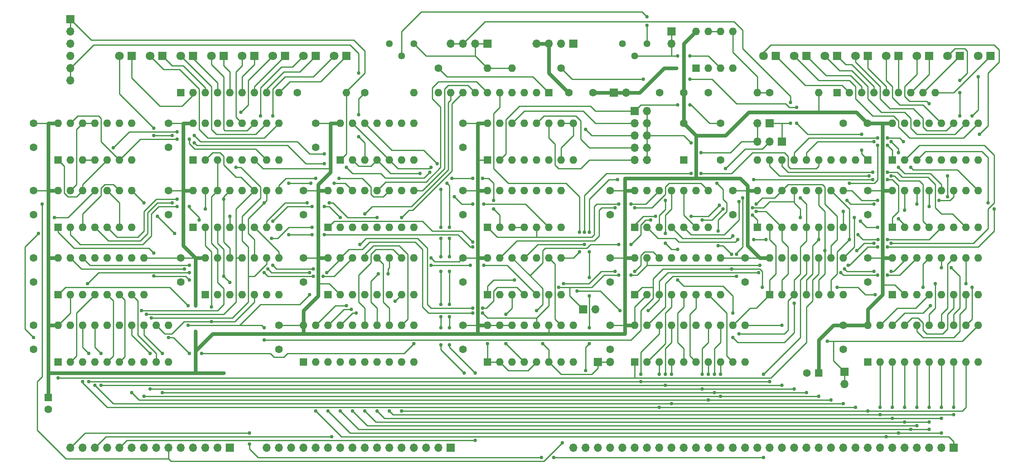
<source format=gtl>
G04 #@! TF.GenerationSoftware,KiCad,Pcbnew,(7.0.0)*
G04 #@! TF.CreationDate,2024-03-28T20:26:14-07:00*
G04 #@! TF.ProjectId,sound_square,736f756e-645f-4737-9175-6172652e6b69,rev?*
G04 #@! TF.SameCoordinates,Original*
G04 #@! TF.FileFunction,Copper,L1,Top*
G04 #@! TF.FilePolarity,Positive*
%FSLAX46Y46*%
G04 Gerber Fmt 4.6, Leading zero omitted, Abs format (unit mm)*
G04 Created by KiCad (PCBNEW (7.0.0)) date 2024-03-28 20:26:14*
%MOMM*%
%LPD*%
G01*
G04 APERTURE LIST*
G04 #@! TA.AperFunction,ComponentPad*
%ADD10R,1.600000X1.600000*%
G04 #@! TD*
G04 #@! TA.AperFunction,ComponentPad*
%ADD11O,1.600000X1.600000*%
G04 #@! TD*
G04 #@! TA.AperFunction,ComponentPad*
%ADD12R,1.800000X1.800000*%
G04 #@! TD*
G04 #@! TA.AperFunction,ComponentPad*
%ADD13C,1.800000*%
G04 #@! TD*
G04 #@! TA.AperFunction,ComponentPad*
%ADD14R,1.700000X1.700000*%
G04 #@! TD*
G04 #@! TA.AperFunction,ComponentPad*
%ADD15O,1.700000X1.700000*%
G04 #@! TD*
G04 #@! TA.AperFunction,ComponentPad*
%ADD16C,1.600000*%
G04 #@! TD*
G04 #@! TA.AperFunction,ComponentPad*
%ADD17C,1.440000*%
G04 #@! TD*
G04 #@! TA.AperFunction,ViaPad*
%ADD18C,0.762000*%
G04 #@! TD*
G04 #@! TA.AperFunction,Conductor*
%ADD19C,0.254000*%
G04 #@! TD*
G04 #@! TA.AperFunction,Conductor*
%ADD20C,0.762000*%
G04 #@! TD*
G04 APERTURE END LIST*
D10*
X177799999Y-99059999D03*
D11*
X180339999Y-99059999D03*
X182879999Y-99059999D03*
X185419999Y-99059999D03*
X187959999Y-99059999D03*
X190499999Y-99059999D03*
X193039999Y-99059999D03*
X193039999Y-91439999D03*
X190499999Y-91439999D03*
X187959999Y-91439999D03*
X185419999Y-91439999D03*
X182879999Y-91439999D03*
X180339999Y-91439999D03*
X177799999Y-91439999D03*
D10*
X147319999Y-113029999D03*
D11*
X149859999Y-113029999D03*
X152399999Y-113029999D03*
X154939999Y-113029999D03*
X157479999Y-113029999D03*
X160019999Y-113029999D03*
X162559999Y-113029999D03*
X162559999Y-105409999D03*
X160019999Y-105409999D03*
X157479999Y-105409999D03*
X154939999Y-105409999D03*
X152399999Y-105409999D03*
X149859999Y-105409999D03*
X147319999Y-105409999D03*
D12*
X238759999Y-63499999D03*
D13*
X236220000Y-63500000D03*
D14*
X139699999Y-144779999D03*
D15*
X137159999Y-144779999D03*
X134619999Y-144779999D03*
X132079999Y-144779999D03*
X129539999Y-144779999D03*
X126999999Y-144779999D03*
X124459999Y-144779999D03*
X121919999Y-144779999D03*
X119379999Y-144779999D03*
X116839999Y-144779999D03*
X114299999Y-144779999D03*
X111759999Y-144779999D03*
X109219999Y-144779999D03*
X106679999Y-144779999D03*
X104139999Y-144779999D03*
X101599999Y-144779999D03*
D10*
X114299999Y-113029999D03*
D11*
X116839999Y-113029999D03*
X119379999Y-113029999D03*
X121919999Y-113029999D03*
X124459999Y-113029999D03*
X126999999Y-113029999D03*
X129539999Y-113029999D03*
X132079999Y-113029999D03*
X132079999Y-105409999D03*
X129539999Y-105409999D03*
X126999999Y-105409999D03*
X124459999Y-105409999D03*
X121919999Y-105409999D03*
X119379999Y-105409999D03*
X116839999Y-105409999D03*
X114299999Y-105409999D03*
D10*
X203199999Y-99059999D03*
D11*
X205739999Y-99059999D03*
X208279999Y-99059999D03*
X210819999Y-99059999D03*
X213359999Y-99059999D03*
X215899999Y-99059999D03*
X218439999Y-99059999D03*
X220979999Y-99059999D03*
X220979999Y-91439999D03*
X218439999Y-91439999D03*
X215899999Y-91439999D03*
X213359999Y-91439999D03*
X210819999Y-91439999D03*
X208279999Y-91439999D03*
X205739999Y-91439999D03*
X203199999Y-91439999D03*
D16*
X169164000Y-71120000D03*
X164164000Y-71120000D03*
D10*
X88899999Y-113029999D03*
D11*
X91439999Y-113029999D03*
X93979999Y-113029999D03*
X96519999Y-113029999D03*
X99059999Y-113029999D03*
X101599999Y-113029999D03*
X104139999Y-113029999D03*
X104139999Y-105409999D03*
X101599999Y-105409999D03*
X99059999Y-105409999D03*
X96519999Y-105409999D03*
X93979999Y-105409999D03*
X91439999Y-105409999D03*
X88899999Y-105409999D03*
D16*
X111760000Y-77470000D03*
X111760000Y-82470000D03*
D12*
X111759999Y-63499999D03*
D13*
X109220000Y-63500000D03*
D16*
X226060000Y-91440000D03*
X226060000Y-96440000D03*
X172720000Y-91440000D03*
X172720000Y-96440000D03*
D10*
X231139999Y-85089999D03*
D11*
X233679999Y-85089999D03*
X236219999Y-85089999D03*
X238759999Y-85089999D03*
X241299999Y-85089999D03*
X243839999Y-85089999D03*
X246379999Y-85089999D03*
X248919999Y-85089999D03*
X248919999Y-77469999D03*
X246379999Y-77469999D03*
X243839999Y-77469999D03*
X241299999Y-77469999D03*
X238759999Y-77469999D03*
X236219999Y-77469999D03*
X233679999Y-77469999D03*
X231139999Y-77469999D03*
D16*
X193040000Y-71120000D03*
D11*
X203199999Y-71119999D03*
D16*
X220980000Y-124380000D03*
X220980000Y-119380000D03*
X53340000Y-119380000D03*
X53340000Y-124380000D03*
X81280000Y-91440000D03*
X81280000Y-96440000D03*
D17*
X127000000Y-60960000D03*
X129540000Y-63500000D03*
X132080000Y-60960000D03*
D16*
X205740000Y-71120000D03*
D11*
X215899999Y-71119999D03*
D12*
X251459999Y-63499999D03*
D13*
X248920000Y-63500000D03*
D16*
X53340000Y-77470000D03*
X53340000Y-82470000D03*
X142240000Y-119380000D03*
X142240000Y-124380000D03*
D14*
X170179999Y-126999999D03*
D15*
X172719999Y-126999999D03*
D16*
X109220000Y-105410000D03*
X109220000Y-110410000D03*
D12*
X105409999Y-63499999D03*
D13*
X102870000Y-63500000D03*
D10*
X58419999Y-126999999D03*
D11*
X60959999Y-126999999D03*
X63499999Y-126999999D03*
X66039999Y-126999999D03*
X68579999Y-126999999D03*
X71119999Y-126999999D03*
X73659999Y-126999999D03*
X76199999Y-126999999D03*
X78739999Y-126999999D03*
X81279999Y-126999999D03*
X81279999Y-119379999D03*
X78739999Y-119379999D03*
X76199999Y-119379999D03*
X73659999Y-119379999D03*
X71119999Y-119379999D03*
X68579999Y-119379999D03*
X66039999Y-119379999D03*
X63499999Y-119379999D03*
X60959999Y-119379999D03*
X58419999Y-119379999D03*
D14*
X93979999Y-144779999D03*
D15*
X91439999Y-144779999D03*
X88899999Y-144779999D03*
X86359999Y-144779999D03*
X83819999Y-144779999D03*
X81279999Y-144779999D03*
X78739999Y-144779999D03*
X76199999Y-144779999D03*
X73659999Y-144779999D03*
X71119999Y-144779999D03*
X68579999Y-144779999D03*
X66039999Y-144779999D03*
X63499999Y-144779999D03*
X60959999Y-144779999D03*
D16*
X198120000Y-96440000D03*
X198120000Y-91440000D03*
D10*
X160019999Y-71119999D03*
D11*
X157479999Y-71119999D03*
X154939999Y-71119999D03*
X152399999Y-71119999D03*
X149859999Y-71119999D03*
X147319999Y-71119999D03*
X144779999Y-71119999D03*
X142239999Y-71119999D03*
X139699999Y-71119999D03*
X137159999Y-71119999D03*
D14*
X221233999Y-129031999D03*
D15*
X221233999Y-131571999D03*
D10*
X226059999Y-126999999D03*
D11*
X228599999Y-126999999D03*
X231139999Y-126999999D03*
X233679999Y-126999999D03*
X236219999Y-126999999D03*
X238759999Y-126999999D03*
X241299999Y-126999999D03*
X243839999Y-126999999D03*
X246379999Y-126999999D03*
X248919999Y-126999999D03*
X248919999Y-119379999D03*
X246379999Y-119379999D03*
X243839999Y-119379999D03*
X241299999Y-119379999D03*
X238759999Y-119379999D03*
X236219999Y-119379999D03*
X233679999Y-119379999D03*
X231139999Y-119379999D03*
X228599999Y-119379999D03*
X226059999Y-119379999D03*
D12*
X73659999Y-63499999D03*
D13*
X71120000Y-63500000D03*
D10*
X86359999Y-99059999D03*
D11*
X88899999Y-99059999D03*
X91439999Y-99059999D03*
X93979999Y-99059999D03*
X96519999Y-99059999D03*
X99059999Y-99059999D03*
X101599999Y-99059999D03*
X104139999Y-99059999D03*
X104139999Y-91439999D03*
X101599999Y-91439999D03*
X99059999Y-91439999D03*
X96519999Y-91439999D03*
X93979999Y-91439999D03*
X91439999Y-91439999D03*
X88899999Y-91439999D03*
X86359999Y-91439999D03*
D12*
X232409999Y-63499999D03*
D13*
X229870000Y-63500000D03*
D10*
X116839999Y-85089999D03*
D11*
X119379999Y-85089999D03*
X121919999Y-85089999D03*
X124459999Y-85089999D03*
X126999999Y-85089999D03*
X129539999Y-85089999D03*
X132079999Y-85089999D03*
X132079999Y-77469999D03*
X129539999Y-77469999D03*
X126999999Y-77469999D03*
X124459999Y-77469999D03*
X121919999Y-77469999D03*
X119379999Y-77469999D03*
X116839999Y-77469999D03*
D10*
X205739999Y-113029999D03*
D11*
X208279999Y-113029999D03*
X210819999Y-113029999D03*
X213359999Y-113029999D03*
X215899999Y-113029999D03*
X218439999Y-113029999D03*
X220979999Y-113029999D03*
X220979999Y-105409999D03*
X218439999Y-105409999D03*
X215899999Y-105409999D03*
X213359999Y-105409999D03*
X210819999Y-105409999D03*
X208279999Y-105409999D03*
X205739999Y-105409999D03*
D16*
X121920000Y-71120000D03*
D11*
X132079999Y-71119999D03*
D16*
X109220000Y-91440000D03*
X109220000Y-96440000D03*
D12*
X207009999Y-63499999D03*
D13*
X204470000Y-63500000D03*
D14*
X173481999Y-71119999D03*
D15*
X176021999Y-71119999D03*
D16*
X81280000Y-82470000D03*
X81280000Y-77470000D03*
D12*
X80009999Y-63499999D03*
D13*
X77470000Y-63500000D03*
D14*
X165099999Y-60959999D03*
D15*
X162559999Y-60959999D03*
X160019999Y-60959999D03*
X157479999Y-60959999D03*
D14*
X205739999Y-77469999D03*
D15*
X203199999Y-77469999D03*
D16*
X162560000Y-66040000D03*
D11*
X152399999Y-66039999D03*
D10*
X83819999Y-71119999D03*
D11*
X86359999Y-71119999D03*
X88899999Y-71119999D03*
X91439999Y-71119999D03*
X93979999Y-71119999D03*
X96519999Y-71119999D03*
X99059999Y-71119999D03*
X101599999Y-71119999D03*
X104139999Y-71119999D03*
D16*
X53340000Y-91440000D03*
X53340000Y-96440000D03*
X107950000Y-71120000D03*
D11*
X118109999Y-71119999D03*
D12*
X92709999Y-63499999D03*
D13*
X90170000Y-63500000D03*
D12*
X118109999Y-63499999D03*
D13*
X115570000Y-63500000D03*
D10*
X190509999Y-66029999D03*
D11*
X193049999Y-66029999D03*
X195589999Y-66029999D03*
X198129999Y-66029999D03*
X198129999Y-58409999D03*
X195589999Y-58409999D03*
X193049999Y-58409999D03*
X190509999Y-58409999D03*
D10*
X226059999Y-85089999D03*
D11*
X223519999Y-85089999D03*
X220979999Y-85089999D03*
X218439999Y-85089999D03*
X215899999Y-85089999D03*
X213359999Y-85089999D03*
X210819999Y-85089999D03*
X208279999Y-85089999D03*
X205739999Y-85089999D03*
X203199999Y-85089999D03*
D10*
X56387999Y-134365999D03*
D16*
X56388000Y-136866000D03*
D12*
X226059999Y-63499999D03*
D13*
X223520000Y-63500000D03*
D12*
X245109999Y-63499999D03*
D13*
X242570000Y-63500000D03*
D16*
X226060000Y-105410000D03*
X226060000Y-110410000D03*
X182960000Y-71120000D03*
X187960000Y-71120000D03*
D14*
X167131999Y-116077999D03*
D15*
X169671999Y-116077999D03*
D17*
X175260000Y-60960000D03*
X177800000Y-63500000D03*
X180340000Y-60960000D03*
D10*
X86359999Y-85089999D03*
D11*
X88899999Y-85089999D03*
X91439999Y-85089999D03*
X93979999Y-85089999D03*
X96519999Y-85089999D03*
X99059999Y-85089999D03*
X101599999Y-85089999D03*
X104139999Y-85089999D03*
X104139999Y-77469999D03*
X101599999Y-77469999D03*
X99059999Y-77469999D03*
X96519999Y-77469999D03*
X93979999Y-77469999D03*
X91439999Y-77469999D03*
X88899999Y-77469999D03*
X86359999Y-77469999D03*
D10*
X114299999Y-99059999D03*
D11*
X116839999Y-99059999D03*
X119379999Y-99059999D03*
X121919999Y-99059999D03*
X124459999Y-99059999D03*
X126999999Y-99059999D03*
X129539999Y-99059999D03*
X132079999Y-99059999D03*
X132079999Y-91439999D03*
X129539999Y-91439999D03*
X126999999Y-91439999D03*
X124459999Y-91439999D03*
X121919999Y-91439999D03*
X119379999Y-91439999D03*
X116839999Y-91439999D03*
X114299999Y-91439999D03*
D10*
X58419999Y-99059999D03*
D11*
X60959999Y-99059999D03*
X63499999Y-99059999D03*
X66039999Y-99059999D03*
X68579999Y-99059999D03*
X71119999Y-99059999D03*
X73659999Y-99059999D03*
X73659999Y-91439999D03*
X71119999Y-91439999D03*
X68579999Y-91439999D03*
X66039999Y-91439999D03*
X63499999Y-91439999D03*
X60959999Y-91439999D03*
X58419999Y-91439999D03*
D10*
X58419999Y-113029999D03*
D11*
X60959999Y-113029999D03*
X63499999Y-113029999D03*
X66039999Y-113029999D03*
X68579999Y-113029999D03*
X71119999Y-113029999D03*
X73659999Y-113029999D03*
X76199999Y-113029999D03*
X76199999Y-105409999D03*
X73659999Y-105409999D03*
X71119999Y-105409999D03*
X68579999Y-105409999D03*
X66039999Y-105409999D03*
X63499999Y-105409999D03*
X60959999Y-105409999D03*
X58419999Y-105409999D03*
D16*
X83820000Y-105410000D03*
X83820000Y-110410000D03*
D10*
X147319999Y-99059999D03*
D11*
X149859999Y-99059999D03*
X152399999Y-99059999D03*
X154939999Y-99059999D03*
X157479999Y-99059999D03*
X160019999Y-99059999D03*
X162559999Y-99059999D03*
X162559999Y-91439999D03*
X160019999Y-91439999D03*
X157479999Y-91439999D03*
X154939999Y-91439999D03*
X152399999Y-91439999D03*
X149859999Y-91439999D03*
X147319999Y-91439999D03*
D16*
X172720000Y-110410000D03*
X172720000Y-105410000D03*
D10*
X231139999Y-99059999D03*
D11*
X233679999Y-99059999D03*
X236219999Y-99059999D03*
X238759999Y-99059999D03*
X241299999Y-99059999D03*
X243839999Y-99059999D03*
X246379999Y-99059999D03*
X248919999Y-99059999D03*
X248919999Y-91439999D03*
X246379999Y-91439999D03*
X243839999Y-91439999D03*
X241299999Y-91439999D03*
X238759999Y-91439999D03*
X236219999Y-91439999D03*
X233679999Y-91439999D03*
X231139999Y-91439999D03*
D10*
X58419999Y-85089999D03*
D11*
X60959999Y-85089999D03*
X63499999Y-85089999D03*
X66039999Y-85089999D03*
X68579999Y-85089999D03*
X71119999Y-85089999D03*
X73659999Y-85089999D03*
X73659999Y-77469999D03*
X71119999Y-77469999D03*
X68579999Y-77469999D03*
X66039999Y-77469999D03*
X63499999Y-77469999D03*
X60959999Y-77469999D03*
X58419999Y-77469999D03*
D14*
X147319999Y-60959999D03*
D15*
X144779999Y-60959999D03*
X142239999Y-60959999D03*
X139699999Y-60959999D03*
D16*
X172720000Y-124380000D03*
X172720000Y-119380000D03*
D10*
X109219999Y-126999999D03*
D11*
X111759999Y-126999999D03*
X114299999Y-126999999D03*
X116839999Y-126999999D03*
X119379999Y-126999999D03*
X121919999Y-126999999D03*
X124459999Y-126999999D03*
X126999999Y-126999999D03*
X129539999Y-126999999D03*
X132079999Y-126999999D03*
X132079999Y-119379999D03*
X129539999Y-119379999D03*
X126999999Y-119379999D03*
X124459999Y-119379999D03*
X121919999Y-119379999D03*
X119379999Y-119379999D03*
X116839999Y-119379999D03*
X114299999Y-119379999D03*
X111759999Y-119379999D03*
X109219999Y-119379999D03*
D16*
X142240000Y-91440000D03*
X142240000Y-96440000D03*
D14*
X177799999Y-74929999D03*
D15*
X180339999Y-74929999D03*
X177799999Y-77469999D03*
X180339999Y-77469999D03*
X177799999Y-80009999D03*
X180339999Y-80009999D03*
X177799999Y-82549999D03*
X180339999Y-82549999D03*
X177799999Y-85089999D03*
X180339999Y-85089999D03*
D10*
X177799999Y-126999999D03*
D11*
X180339999Y-126999999D03*
X182879999Y-126999999D03*
X185419999Y-126999999D03*
X187959999Y-126999999D03*
X190499999Y-126999999D03*
X193039999Y-126999999D03*
X195579999Y-126999999D03*
X198119999Y-126999999D03*
X200659999Y-126999999D03*
X200659999Y-119379999D03*
X198119999Y-119379999D03*
X195579999Y-119379999D03*
X193039999Y-119379999D03*
X190499999Y-119379999D03*
X187959999Y-119379999D03*
X185419999Y-119379999D03*
X182879999Y-119379999D03*
X180339999Y-119379999D03*
X177799999Y-119379999D03*
D16*
X104140000Y-119380000D03*
X104140000Y-124380000D03*
D12*
X213359999Y-63499999D03*
D13*
X210820000Y-63500000D03*
D16*
X200660000Y-105410000D03*
X200660000Y-110410000D03*
D12*
X219709999Y-63499999D03*
D13*
X217170000Y-63500000D03*
D14*
X60959999Y-55879999D03*
D15*
X60959999Y-58419999D03*
X60959999Y-60959999D03*
X60959999Y-63499999D03*
X60959999Y-66039999D03*
X60959999Y-68579999D03*
D10*
X147319999Y-85089999D03*
D11*
X149859999Y-85089999D03*
X152399999Y-85089999D03*
X154939999Y-85089999D03*
X157479999Y-85089999D03*
X160019999Y-85089999D03*
X162559999Y-85089999D03*
X165099999Y-85089999D03*
X165099999Y-77469999D03*
X162559999Y-77469999D03*
X160019999Y-77469999D03*
X157479999Y-77469999D03*
X154939999Y-77469999D03*
X152399999Y-77469999D03*
X149859999Y-77469999D03*
X147319999Y-77469999D03*
D14*
X185419999Y-58419999D03*
D15*
X185419999Y-60959999D03*
D10*
X215899999Y-129285999D03*
D16*
X213400000Y-129286000D03*
D10*
X231139999Y-113029999D03*
D11*
X233679999Y-113029999D03*
X236219999Y-113029999D03*
X238759999Y-113029999D03*
X241299999Y-113029999D03*
X243839999Y-113029999D03*
X246379999Y-113029999D03*
X248919999Y-113029999D03*
X248919999Y-105409999D03*
X246379999Y-105409999D03*
X243839999Y-105409999D03*
X241299999Y-105409999D03*
X238759999Y-105409999D03*
X236219999Y-105409999D03*
X233679999Y-105409999D03*
X231139999Y-105409999D03*
D16*
X142240000Y-82470000D03*
X142240000Y-77470000D03*
D14*
X208279999Y-81279999D03*
D15*
X205739999Y-81279999D03*
X203199999Y-81279999D03*
D16*
X53340000Y-105410000D03*
X53340000Y-110410000D03*
D10*
X177799999Y-113029999D03*
D11*
X180339999Y-113029999D03*
X182879999Y-113029999D03*
X185419999Y-113029999D03*
X187959999Y-113029999D03*
X190499999Y-113029999D03*
X193039999Y-113029999D03*
X195579999Y-113029999D03*
X195579999Y-105409999D03*
X193039999Y-105409999D03*
X190499999Y-105409999D03*
X187959999Y-105409999D03*
X185419999Y-105409999D03*
X182879999Y-105409999D03*
X180339999Y-105409999D03*
X177799999Y-105409999D03*
D16*
X142240000Y-105410000D03*
X142240000Y-110410000D03*
D14*
X243839999Y-144779999D03*
D15*
X241299999Y-144779999D03*
X238759999Y-144779999D03*
X236219999Y-144779999D03*
X233679999Y-144779999D03*
X231139999Y-144779999D03*
X228599999Y-144779999D03*
X226059999Y-144779999D03*
X223519999Y-144779999D03*
X220979999Y-144779999D03*
X218439999Y-144779999D03*
X215899999Y-144779999D03*
X213359999Y-144779999D03*
X210819999Y-144779999D03*
X208279999Y-144779999D03*
X205739999Y-144779999D03*
X203199999Y-144779999D03*
X200659999Y-144779999D03*
X198119999Y-144779999D03*
X195579999Y-144779999D03*
X193039999Y-144779999D03*
X190499999Y-144779999D03*
X187959999Y-144779999D03*
X185419999Y-144779999D03*
X182879999Y-144779999D03*
X180339999Y-144779999D03*
X177799999Y-144779999D03*
X175259999Y-144779999D03*
X172719999Y-144779999D03*
X170179999Y-144779999D03*
X167639999Y-144779999D03*
X165099999Y-144779999D03*
D16*
X220980000Y-77470000D03*
X225980000Y-77470000D03*
D10*
X219709999Y-71119999D03*
D11*
X222249999Y-71119999D03*
X224789999Y-71119999D03*
X227329999Y-71119999D03*
X229869999Y-71119999D03*
X232409999Y-71119999D03*
X234949999Y-71119999D03*
X237489999Y-71119999D03*
X240029999Y-71119999D03*
D12*
X99059999Y-63499999D03*
D13*
X96520000Y-63500000D03*
D16*
X137160000Y-66040000D03*
D11*
X147319999Y-66039999D03*
D12*
X86359999Y-63499999D03*
D13*
X83820000Y-63500000D03*
D10*
X187959999Y-85089999D03*
D16*
X195580000Y-85090000D03*
X195580000Y-77470000D03*
X187960000Y-77470000D03*
D10*
X147319999Y-126999999D03*
D11*
X149859999Y-126999999D03*
X152399999Y-126999999D03*
X154939999Y-126999999D03*
X157479999Y-126999999D03*
X160019999Y-126999999D03*
X162559999Y-126999999D03*
X165099999Y-126999999D03*
X165099999Y-119379999D03*
X162559999Y-119379999D03*
X160019999Y-119379999D03*
X157479999Y-119379999D03*
X154939999Y-119379999D03*
X152399999Y-119379999D03*
X149859999Y-119379999D03*
X147319999Y-119379999D03*
D18*
X242570000Y-92710000D03*
X86868000Y-122174000D03*
X91186000Y-129286000D03*
X242570000Y-88392000D03*
X147320000Y-123190000D03*
X86868000Y-120650000D03*
X86868000Y-115316000D03*
X86868000Y-113792000D03*
X92710000Y-129286000D03*
X148590000Y-121158000D03*
X135636000Y-105410000D03*
X88900000Y-95250000D03*
X220980000Y-95758000D03*
X238760000Y-94742000D03*
X233680000Y-95504000D03*
X111760000Y-137160000D03*
X228600000Y-136398000D03*
X229870000Y-142494000D03*
X231140000Y-136398000D03*
X114300000Y-137160000D03*
X232410000Y-141732000D03*
X241300000Y-141732000D03*
X234950000Y-140970000D03*
X238760000Y-140970000D03*
X233680000Y-136398000D03*
X116840000Y-137160000D03*
X236220000Y-136398000D03*
X236220000Y-140208000D03*
X119380000Y-137160000D03*
X238760000Y-139446000D03*
X233680000Y-139446000D03*
X238760000Y-136398000D03*
X121920000Y-137160000D03*
X241300000Y-138684000D03*
X124460000Y-137160000D03*
X241300000Y-136398000D03*
X231140000Y-138684000D03*
X127000000Y-137160000D03*
X243840000Y-137922000D03*
X243840000Y-136398000D03*
X228600000Y-137922000D03*
X129540000Y-137160000D03*
X226060000Y-137160000D03*
X182880000Y-129540000D03*
X223520000Y-136398000D03*
X63500000Y-131064000D03*
X182880000Y-136398000D03*
X185420000Y-135636000D03*
X66040000Y-131826000D03*
X220980000Y-135636000D03*
X185420000Y-129540000D03*
X193040000Y-129540000D03*
X193040000Y-134874000D03*
X218440000Y-134874000D03*
X73660000Y-133350000D03*
X195580000Y-129540000D03*
X76200000Y-134112000D03*
X195580000Y-134112000D03*
X215900000Y-134112000D03*
X213360000Y-133350000D03*
X80010000Y-133350000D03*
X80010000Y-125222000D03*
X194310000Y-133350000D03*
X194310000Y-129540000D03*
X191770000Y-132588000D03*
X77470000Y-125222000D03*
X191770000Y-129540000D03*
X77470000Y-132588000D03*
X210820000Y-132588000D03*
X67310000Y-131826000D03*
X208280000Y-131826000D03*
X184150000Y-131826000D03*
X67310000Y-125222000D03*
X184150000Y-129540000D03*
X179070000Y-129540000D03*
X179070000Y-131064000D03*
X64770000Y-125222000D03*
X64770000Y-131064000D03*
X205740000Y-131064000D03*
X167640000Y-128778000D03*
X168402000Y-104140000D03*
X168402000Y-123190000D03*
X55118000Y-94234000D03*
X168402000Y-119888000D03*
X168402000Y-100076000D03*
X168402000Y-109474000D03*
X174244000Y-89154000D03*
X162814000Y-143764000D03*
X168402000Y-113284000D03*
X204470000Y-129540000D03*
X158496000Y-146812000D03*
X98044000Y-141732000D03*
X161036000Y-146812000D03*
X204470000Y-146812000D03*
X98044000Y-144018000D03*
X247650000Y-75946000D03*
X248920000Y-67818000D03*
X174752000Y-116332000D03*
X203454000Y-108458000D03*
X230124000Y-108966000D03*
X165862000Y-112268000D03*
X180594000Y-116332000D03*
X220472000Y-108458000D03*
X152908000Y-109982000D03*
X228092000Y-108966000D03*
X163068000Y-110744000D03*
X177800000Y-108204000D03*
X173736000Y-108204000D03*
X174498000Y-94234000D03*
X177038000Y-94234000D03*
X184150000Y-93472000D03*
X184150000Y-102362000D03*
X208280000Y-119380000D03*
X217678000Y-122682000D03*
X186690000Y-109982000D03*
X198120000Y-116840000D03*
X184150000Y-100330000D03*
X186690000Y-103632000D03*
X132080000Y-123190000D03*
X81280000Y-121920000D03*
X85598000Y-125222000D03*
X88138000Y-125222000D03*
X53340000Y-121920000D03*
X54356000Y-100330000D03*
X57658000Y-97028000D03*
X139446000Y-105156000D03*
X139446000Y-115062000D03*
X139446000Y-108204000D03*
X139446000Y-123444000D03*
X144780000Y-129286000D03*
X135636000Y-86614000D03*
X139446000Y-101346000D03*
X139446000Y-119888000D03*
X139446000Y-99060000D03*
X139446000Y-117602000D03*
X138938000Y-89916000D03*
X144780000Y-143256000D03*
X115062000Y-142494000D03*
X137668000Y-117602000D03*
X137668000Y-115062000D03*
X137668000Y-108204000D03*
X133350000Y-87884000D03*
X137668000Y-91186000D03*
X137668000Y-99060000D03*
X137668000Y-105156000D03*
X142494000Y-129286000D03*
X137668000Y-101346000D03*
X137668000Y-123444000D03*
X137668000Y-119888000D03*
X120650000Y-80264000D03*
X120650000Y-75692000D03*
X120650000Y-67056000D03*
X239014000Y-115316000D03*
X240030000Y-110744000D03*
X246380000Y-110744000D03*
X241300000Y-107442000D03*
X243332000Y-107442000D03*
X247650000Y-111506000D03*
X237490000Y-111506000D03*
X58420000Y-130302000D03*
X230124000Y-82042000D03*
X228092000Y-82042000D03*
X222250000Y-89916000D03*
X199390000Y-121158000D03*
X212090000Y-92964000D03*
X223774000Y-103886000D03*
X217170000Y-103886000D03*
X198120000Y-121920000D03*
X210820000Y-114808000D03*
X230886000Y-102362000D03*
X227330000Y-102362000D03*
X252222000Y-95250000D03*
X202946000Y-94234000D03*
X221996000Y-106934000D03*
X230124000Y-103124000D03*
X198882000Y-109220000D03*
X198882000Y-104648000D03*
X250952000Y-93980000D03*
X200152000Y-92964000D03*
X228092000Y-103124000D03*
X202184000Y-96520000D03*
X191770000Y-97536000D03*
X196088000Y-95250000D03*
X174498000Y-102616000D03*
X181102000Y-97536000D03*
X157480000Y-116332000D03*
X177038000Y-102616000D03*
X158750000Y-123190000D03*
X110998000Y-100584000D03*
X113538000Y-100584000D03*
X144272000Y-103124000D03*
X106172000Y-100584000D03*
X143764000Y-106934000D03*
X111252000Y-107696000D03*
X102870000Y-106934000D03*
X85598000Y-106934000D03*
X146558000Y-106934000D03*
X135636000Y-106934000D03*
X146304000Y-88900000D03*
X148590000Y-95250000D03*
X139954000Y-88900000D03*
X144272000Y-88900000D03*
X148590000Y-93472000D03*
X136906000Y-85852000D03*
X83058000Y-80772000D03*
X146558000Y-94234000D03*
X140462000Y-92710000D03*
X118110000Y-86614000D03*
X113538000Y-85852000D03*
X144272000Y-94234000D03*
X86614000Y-81534000D03*
X135368969Y-87649547D03*
X120904000Y-102616000D03*
X146304000Y-115824000D03*
X101092000Y-108458000D03*
X113284000Y-109220000D03*
X111252000Y-109220000D03*
X85598000Y-108458000D03*
X144272000Y-115824000D03*
X64516000Y-110744000D03*
X182118000Y-96774000D03*
X202946000Y-95758000D03*
X195326000Y-94488000D03*
X189484000Y-96774000D03*
X228092000Y-99060000D03*
X224536000Y-97790000D03*
X232410000Y-97282000D03*
X199136000Y-101600000D03*
X215900000Y-101600000D03*
X204978000Y-101600000D03*
X202438000Y-101600000D03*
X228168700Y-101600000D03*
X230124000Y-101600000D03*
X224028000Y-100584000D03*
X240792000Y-93472000D03*
X228092000Y-93472000D03*
X222250000Y-101600000D03*
X198120000Y-100838000D03*
X227330000Y-94234000D03*
X221742000Y-93472000D03*
X236220000Y-94234000D03*
X199390000Y-93726000D03*
X202184000Y-94996000D03*
X223266000Y-97028000D03*
X212090000Y-97028000D03*
X177800000Y-94996000D03*
X202438000Y-89154000D03*
X173736000Y-94996000D03*
X230124000Y-89154000D03*
X227076000Y-89154000D03*
X226314000Y-88392000D03*
X230886000Y-88392000D03*
X230124000Y-87630000D03*
X227076000Y-87630000D03*
X233426000Y-81280000D03*
X234950000Y-86614000D03*
X230124000Y-80518000D03*
X228092000Y-80518000D03*
X232410000Y-86614000D03*
X227330000Y-81280000D03*
X230886000Y-81280000D03*
X232410000Y-83566000D03*
X166370000Y-104140000D03*
X166370000Y-100076000D03*
X191516000Y-87884000D03*
X167386000Y-100076000D03*
X189484000Y-87884000D03*
X167386000Y-102616000D03*
X113538000Y-83820000D03*
X69850000Y-82550000D03*
X86614000Y-80010000D03*
X83058000Y-79248000D03*
X85598000Y-109982000D03*
X78232000Y-109143300D03*
X92710000Y-109220000D03*
X78232000Y-104394000D03*
X93980000Y-110490000D03*
X83058000Y-94742000D03*
X87630000Y-97536000D03*
X85598000Y-94742000D03*
X101092000Y-93980000D03*
X82042000Y-93980000D03*
X92710000Y-93218000D03*
X83058000Y-93218000D03*
X90170000Y-115570000D03*
X90170000Y-118618000D03*
X95250000Y-86614000D03*
X77724000Y-117856000D03*
X76708000Y-117094000D03*
X75692000Y-116332000D03*
X126746000Y-108712000D03*
X124714000Y-108712000D03*
X128143000Y-114427000D03*
X120129900Y-116840000D03*
X119126000Y-116078000D03*
X118110000Y-115316000D03*
X245110000Y-75946000D03*
X245110000Y-68580000D03*
X245110000Y-71120000D03*
X116840000Y-97028000D03*
X110998000Y-94742000D03*
X113538000Y-94742000D03*
X102870000Y-97790000D03*
X93980000Y-96774000D03*
X109982000Y-93980000D03*
X124460000Y-97028000D03*
X114554000Y-93980000D03*
X116586000Y-88900000D03*
X111760000Y-88900000D03*
X115570000Y-89916000D03*
X106172000Y-89916000D03*
X110744000Y-89916000D03*
X121920000Y-96266000D03*
X129540000Y-97028000D03*
X238760000Y-73406000D03*
X249174000Y-79756000D03*
X102870000Y-75946000D03*
X100330000Y-75946000D03*
X96266000Y-75184000D03*
X82042000Y-80010000D03*
X78232000Y-78486000D03*
X85598000Y-80772000D03*
X78232000Y-80010000D03*
X210058000Y-77470000D03*
X210058000Y-73152000D03*
X196596000Y-86868000D03*
X227584000Y-113030000D03*
X195072000Y-99822000D03*
X101092000Y-119888000D03*
X110490000Y-113030000D03*
X204216000Y-111506000D03*
X219710000Y-111506000D03*
X195072000Y-102870000D03*
X197866000Y-104648000D03*
X101092000Y-122428000D03*
X85344000Y-119380000D03*
X194818000Y-89916000D03*
X85344000Y-115316000D03*
X197866000Y-107696000D03*
X189484000Y-81534000D03*
X191516000Y-83566000D03*
X189230000Y-73660000D03*
X186690000Y-73660000D03*
X167640000Y-78740000D03*
X177038000Y-108966000D03*
X230886000Y-108204000D03*
X227330000Y-108204000D03*
X221234000Y-107696000D03*
X151130000Y-117094000D03*
X162052000Y-111506000D03*
X174498000Y-108966000D03*
X151130000Y-123190000D03*
X203708000Y-106934000D03*
X102616000Y-101346000D03*
X76200000Y-93980000D03*
X110998000Y-99060000D03*
X78994000Y-96774000D03*
X144272000Y-102108000D03*
X82550000Y-100330000D03*
X179578000Y-68326000D03*
X224790000Y-83058000D03*
X224790000Y-79756000D03*
X189230000Y-68326000D03*
X211328000Y-74168000D03*
X211328000Y-77470000D03*
X180340000Y-55372000D03*
X180340000Y-57150000D03*
X184912000Y-66040000D03*
X186436000Y-66030000D03*
X84582000Y-107696000D03*
X101854000Y-107696000D03*
X146304000Y-116840000D03*
X110490000Y-108458000D03*
X114046000Y-108458000D03*
X144272000Y-116840000D03*
X186690000Y-63500000D03*
X189230000Y-63500000D03*
D19*
X53340000Y-77470000D02*
X56388000Y-77470000D01*
D20*
X229108000Y-77470000D02*
X229108000Y-83312000D01*
X196596000Y-80010000D02*
X190500000Y-80010000D01*
D19*
X198120000Y-91440000D02*
X201168000Y-91440000D01*
D20*
X114300000Y-91440000D02*
X112268000Y-91440000D01*
X201168000Y-91440000D02*
X201168000Y-102870000D01*
X114808000Y-87630000D02*
X112268000Y-90170000D01*
D19*
X242570000Y-92710000D02*
X242570000Y-88392000D01*
D20*
X58420000Y-91440000D02*
X56388000Y-91440000D01*
X145288000Y-91440000D02*
X145288000Y-105410000D01*
D19*
X111760000Y-77470000D02*
X114808000Y-77470000D01*
D20*
X190500000Y-88900000D02*
X175768000Y-88900000D01*
D19*
X165100000Y-80010000D02*
X162560000Y-82550000D01*
X160020000Y-119380000D02*
X160020000Y-121158000D01*
D20*
X56388000Y-105410000D02*
X56388000Y-91440000D01*
D19*
X81280000Y-91440000D02*
X84328000Y-91440000D01*
X231648000Y-110998000D02*
X229108000Y-110998000D01*
D20*
X215900000Y-122428000D02*
X215900000Y-129286000D01*
X147320000Y-91440000D02*
X145288000Y-91440000D01*
D19*
X200660000Y-105410000D02*
X203708000Y-105410000D01*
D20*
X86868000Y-120650000D02*
X86868000Y-122174000D01*
X145288000Y-85090000D02*
X145288000Y-91440000D01*
X56388000Y-77470000D02*
X58420000Y-77470000D01*
X84328000Y-77470000D02*
X84328000Y-102870000D01*
D19*
X100838000Y-86868000D02*
X114808000Y-86868000D01*
D20*
X84328000Y-91440000D02*
X86360000Y-91440000D01*
X225980000Y-77470000D02*
X229870000Y-77470000D01*
X147320000Y-77470000D02*
X145288000Y-77470000D01*
X226060000Y-119380000D02*
X218948000Y-119380000D01*
X231140000Y-77470000D02*
X229870000Y-77470000D01*
X223694000Y-75184000D02*
X225980000Y-77470000D01*
D19*
X142240000Y-105410000D02*
X145288000Y-105410000D01*
D20*
X218440000Y-75184000D02*
X201422000Y-75184000D01*
D19*
X226060000Y-91440000D02*
X229108000Y-91440000D01*
D20*
X112268000Y-91440000D02*
X112268000Y-105410000D01*
D19*
X180340000Y-113030000D02*
X177800000Y-115570000D01*
D20*
X229108000Y-109982000D02*
X229108000Y-105410000D01*
D19*
X104140000Y-119380000D02*
X109220000Y-119380000D01*
X149860000Y-127000000D02*
X151638000Y-128778000D01*
X172720000Y-119380000D02*
X175768000Y-119380000D01*
X142240000Y-91440000D02*
X145288000Y-91440000D01*
X147320000Y-127000000D02*
X149860000Y-127000000D01*
D20*
X56388000Y-119380000D02*
X56388000Y-105410000D01*
X229108000Y-113030000D02*
X229108000Y-109982000D01*
X229108000Y-105410000D02*
X231140000Y-105410000D01*
X199644000Y-88900000D02*
X190500000Y-88900000D01*
X56388000Y-129286000D02*
X56388000Y-134453621D01*
D19*
X200660000Y-105410000D02*
X195580000Y-105410000D01*
X136398000Y-106172000D02*
X141478000Y-106172000D01*
D20*
X175768000Y-91440000D02*
X175768000Y-105410000D01*
X116840000Y-77470000D02*
X114808000Y-77470000D01*
X90424000Y-121158000D02*
X86868000Y-124714000D01*
X229108000Y-91440000D02*
X229108000Y-105410000D01*
X160020000Y-121158000D02*
X175768000Y-121158000D01*
D19*
X99060000Y-85090000D02*
X100838000Y-86868000D01*
D20*
X145288000Y-105410000D02*
X145288000Y-119380000D01*
D19*
X116840000Y-113030000D02*
X114554000Y-110744000D01*
D20*
X187960000Y-77470000D02*
X190500000Y-80010000D01*
X109220000Y-119380000D02*
X109220000Y-121158000D01*
X190500000Y-80010000D02*
X190500000Y-88900000D01*
X201168000Y-91440000D02*
X201168000Y-90424000D01*
X175768000Y-88900000D02*
X175768000Y-91440000D01*
X226060000Y-119380000D02*
X226060000Y-116078000D01*
X175768000Y-119380000D02*
X177800000Y-119380000D01*
D19*
X109220000Y-105410000D02*
X112268000Y-105410000D01*
X155702000Y-128778000D02*
X157480000Y-127000000D01*
D20*
X92710000Y-129286000D02*
X86868000Y-129286000D01*
X201168000Y-90424000D02*
X199644000Y-88900000D01*
D19*
X135636000Y-105410000D02*
X136398000Y-106172000D01*
X172720000Y-91440000D02*
X175768000Y-91440000D01*
D20*
X56388000Y-91440000D02*
X56388000Y-77470000D01*
X203708000Y-105410000D02*
X205740000Y-105410000D01*
D19*
X142240000Y-77470000D02*
X145288000Y-77470000D01*
D20*
X177800000Y-105410000D02*
X175768000Y-105410000D01*
X112268000Y-105410000D02*
X112268000Y-110744000D01*
X201422000Y-75184000D02*
X196596000Y-80010000D01*
D19*
X226060000Y-105410000D02*
X229108000Y-105410000D01*
X109220000Y-91440000D02*
X112268000Y-91440000D01*
D20*
X147320000Y-105410000D02*
X145288000Y-105410000D01*
X203200000Y-91440000D02*
X201168000Y-91440000D01*
D19*
X147320000Y-123190000D02*
X147320000Y-127000000D01*
X83820000Y-105410000D02*
X86868000Y-105410000D01*
D20*
X84328000Y-102870000D02*
X86868000Y-105410000D01*
X56388000Y-129286000D02*
X56388000Y-119380000D01*
X86868000Y-122174000D02*
X86868000Y-129286000D01*
X86868000Y-113792000D02*
X86868000Y-105410000D01*
X187960000Y-60960000D02*
X190510000Y-58410000D01*
X114808000Y-77470000D02*
X114808000Y-86868000D01*
D19*
X233680000Y-113030000D02*
X231648000Y-110998000D01*
D20*
X112268000Y-113284000D02*
X109220000Y-116332000D01*
X187960000Y-77470000D02*
X187960000Y-60960000D01*
X88900000Y-105410000D02*
X86868000Y-105410000D01*
D19*
X53340000Y-91440000D02*
X56388000Y-91440000D01*
D20*
X58420000Y-119380000D02*
X56388000Y-119380000D01*
X148590000Y-121158000D02*
X160020000Y-121158000D01*
D19*
X142240000Y-119380000D02*
X145288000Y-119380000D01*
D20*
X56388000Y-105410000D02*
X58420000Y-105410000D01*
D19*
X162560000Y-82550000D02*
X162560000Y-85090000D01*
X172720000Y-105410000D02*
X175768000Y-105410000D01*
D20*
X201168000Y-102870000D02*
X203708000Y-105410000D01*
X229108000Y-83312000D02*
X229108000Y-91440000D01*
D19*
X81280000Y-77470000D02*
X84328000Y-77470000D01*
D20*
X218440000Y-75184000D02*
X223694000Y-75184000D01*
D19*
X114554000Y-110744000D02*
X112268000Y-110744000D01*
D20*
X112268000Y-90170000D02*
X112268000Y-91440000D01*
X226060000Y-116078000D02*
X229108000Y-113030000D01*
X109220000Y-121158000D02*
X90424000Y-121158000D01*
D19*
X147320000Y-85090000D02*
X145288000Y-85090000D01*
D20*
X145288000Y-121158000D02*
X145288000Y-119380000D01*
X86868000Y-129286000D02*
X56388000Y-129286000D01*
D19*
X151638000Y-128778000D02*
X155702000Y-128778000D01*
X141478000Y-106172000D02*
X142240000Y-105410000D01*
D20*
X86360000Y-77470000D02*
X84328000Y-77470000D01*
D19*
X60960000Y-113030000D02*
X60960000Y-116840000D01*
X177800000Y-115570000D02*
X177800000Y-119380000D01*
D20*
X114300000Y-105410000D02*
X112268000Y-105410000D01*
X109220000Y-116332000D02*
X109220000Y-119380000D01*
D19*
X229108000Y-110998000D02*
X229108000Y-109982000D01*
D20*
X86868000Y-115316000D02*
X86868000Y-113792000D01*
D19*
X152400000Y-119380000D02*
X147320000Y-119380000D01*
D20*
X175768000Y-121158000D02*
X175768000Y-119380000D01*
X229870000Y-77470000D02*
X229108000Y-77470000D01*
X109220000Y-121158000D02*
X145288000Y-121158000D01*
X114808000Y-86868000D02*
X114808000Y-87630000D01*
D19*
X165100000Y-77470000D02*
X165100000Y-80010000D01*
D20*
X231140000Y-91440000D02*
X229108000Y-91440000D01*
D19*
X215900000Y-75184000D02*
X215900000Y-71120000D01*
D20*
X175768000Y-105410000D02*
X175768000Y-119380000D01*
X112268000Y-110744000D02*
X112268000Y-113284000D01*
D19*
X165100000Y-77470000D02*
X162560000Y-77470000D01*
D20*
X145288000Y-77470000D02*
X145288000Y-85090000D01*
X177800000Y-91440000D02*
X175768000Y-91440000D01*
D19*
X76200000Y-105410000D02*
X83820000Y-105410000D01*
X60960000Y-116840000D02*
X58420000Y-119380000D01*
D20*
X218948000Y-119380000D02*
X215900000Y-122428000D01*
X145288000Y-119380000D02*
X147320000Y-119380000D01*
X145288000Y-121158000D02*
X148590000Y-121158000D01*
D19*
X238760000Y-91440000D02*
X238760000Y-94742000D01*
X233680000Y-95504000D02*
X233680000Y-91440000D01*
X220980000Y-95758000D02*
X220980000Y-99060000D01*
X88900000Y-95250000D02*
X88900000Y-91440000D01*
X228600000Y-127000000D02*
X228600000Y-136398000D01*
X229870000Y-142494000D02*
X117094000Y-142494000D01*
X117094000Y-142494000D02*
X111760000Y-137160000D01*
X243840000Y-144780000D02*
X243840000Y-143510000D01*
X243840000Y-143510000D02*
X242824000Y-142494000D01*
X242824000Y-142494000D02*
X229870000Y-142494000D01*
X231140000Y-127000000D02*
X231140000Y-136398000D01*
X241300000Y-141732000D02*
X232410000Y-141732000D01*
X118872000Y-141732000D02*
X114300000Y-137160000D01*
X232410000Y-141732000D02*
X118872000Y-141732000D01*
X234950000Y-140970000D02*
X120650000Y-140970000D01*
X120650000Y-140970000D02*
X116840000Y-137160000D01*
X238760000Y-140970000D02*
X234950000Y-140970000D01*
X233680000Y-127000000D02*
X233680000Y-136398000D01*
X236220000Y-140208000D02*
X122428000Y-140208000D01*
X122428000Y-140208000D02*
X119380000Y-137160000D01*
X236220000Y-127000000D02*
X236220000Y-136398000D01*
X238760000Y-139446000D02*
X233680000Y-139446000D01*
X233680000Y-139446000D02*
X124206000Y-139446000D01*
X124206000Y-139446000D02*
X121920000Y-137160000D01*
X238760000Y-127000000D02*
X238760000Y-136398000D01*
X241300000Y-138684000D02*
X231140000Y-138684000D01*
X125984000Y-138684000D02*
X124460000Y-137160000D01*
X241300000Y-127000000D02*
X241300000Y-136398000D01*
X231140000Y-138684000D02*
X125984000Y-138684000D01*
X127762000Y-137922000D02*
X228600000Y-137922000D01*
X127000000Y-137160000D02*
X127762000Y-137922000D01*
X228600000Y-137922000D02*
X243840000Y-137922000D01*
X243840000Y-127000000D02*
X243840000Y-136398000D01*
X246380000Y-136398000D02*
X245618000Y-137160000D01*
X245618000Y-137160000D02*
X226060000Y-137160000D01*
X129540000Y-137160000D02*
X226060000Y-137160000D01*
X246380000Y-127000000D02*
X246380000Y-136398000D01*
X63500000Y-131064000D02*
X63500000Y-131318000D01*
X182880000Y-136398000D02*
X223520000Y-136398000D01*
X68580000Y-136398000D02*
X182880000Y-136398000D01*
X182880000Y-127000000D02*
X182880000Y-129540000D01*
X63500000Y-131318000D02*
X68580000Y-136398000D01*
X185420000Y-127000000D02*
X185420000Y-129540000D01*
X69850000Y-135636000D02*
X185420000Y-135636000D01*
X185420000Y-135636000D02*
X220980000Y-135636000D01*
X66040000Y-131826000D02*
X69850000Y-135636000D01*
X193040000Y-127000000D02*
X193040000Y-129540000D01*
X73660000Y-133350000D02*
X75184000Y-134874000D01*
X75184000Y-134874000D02*
X193040000Y-134874000D01*
X193040000Y-134874000D02*
X218440000Y-134874000D01*
X195580000Y-134112000D02*
X215900000Y-134112000D01*
X76200000Y-134112000D02*
X195580000Y-134112000D01*
X195580000Y-127000000D02*
X195580000Y-129540000D01*
X76200000Y-121412000D02*
X80010000Y-125222000D01*
X195580000Y-119380000D02*
X195580000Y-122936000D01*
X194310000Y-133350000D02*
X213360000Y-133350000D01*
X80010000Y-133350000D02*
X194310000Y-133350000D01*
X195580000Y-122936000D02*
X194310000Y-124206000D01*
X194310000Y-124206000D02*
X194310000Y-129540000D01*
X76200000Y-119380000D02*
X76200000Y-121412000D01*
X73660000Y-119380000D02*
X73660000Y-121412000D01*
X191770000Y-124206000D02*
X193040000Y-122936000D01*
X210820000Y-132588000D02*
X191770000Y-132588000D01*
X191770000Y-132588000D02*
X77470000Y-132588000D01*
X191770000Y-129540000D02*
X191770000Y-124206000D01*
X73660000Y-121412000D02*
X77470000Y-125222000D01*
X193040000Y-122936000D02*
X193040000Y-119380000D01*
X185420000Y-122936000D02*
X184150000Y-124206000D01*
X66040000Y-123952000D02*
X67310000Y-125222000D01*
X184150000Y-124206000D02*
X184150000Y-129540000D01*
X66040000Y-119380000D02*
X66040000Y-123952000D01*
X67310000Y-131826000D02*
X184150000Y-131826000D01*
X185420000Y-119380000D02*
X185420000Y-122936000D01*
X184150000Y-131826000D02*
X208280000Y-131826000D01*
X179070000Y-129540000D02*
X179070000Y-124968000D01*
X182880000Y-121158000D02*
X182880000Y-119380000D01*
X179070000Y-124968000D02*
X182880000Y-121158000D01*
X63500000Y-123952000D02*
X64770000Y-125222000D01*
X63500000Y-119380000D02*
X63500000Y-123952000D01*
X179070000Y-131064000D02*
X205740000Y-131064000D01*
X64770000Y-131064000D02*
X179070000Y-131064000D01*
X62230000Y-78740000D02*
X63500000Y-77470000D01*
X55118000Y-130048000D02*
X55118000Y-94234000D01*
X81788000Y-147574000D02*
X159004000Y-147574000D01*
X63500000Y-77470000D02*
X66040000Y-77470000D01*
X168402000Y-100076000D02*
X168402000Y-93218000D01*
X54102000Y-131064000D02*
X55118000Y-130048000D01*
X167640000Y-128778000D02*
X167640000Y-123952000D01*
X81280000Y-147066000D02*
X60059200Y-147066000D01*
X168402000Y-109474000D02*
X168402000Y-104140000D01*
X54102000Y-141108800D02*
X54102000Y-131064000D01*
X60960000Y-91440000D02*
X62230000Y-90170000D01*
X81280000Y-147066000D02*
X81788000Y-147574000D01*
X168402000Y-119888000D02*
X168402000Y-113284000D01*
X81280000Y-144780000D02*
X81280000Y-147066000D01*
X62230000Y-90170000D02*
X62230000Y-78740000D01*
X167640000Y-123952000D02*
X168402000Y-123190000D01*
X168402000Y-93218000D02*
X172466000Y-89154000D01*
X60059200Y-147066000D02*
X54102000Y-141108800D01*
X172466000Y-89154000D02*
X174244000Y-89154000D01*
X159004000Y-147574000D02*
X162814000Y-143764000D01*
X158496000Y-146812000D02*
X99822000Y-146812000D01*
X161036000Y-146812000D02*
X204470000Y-146812000D01*
X212090000Y-121920000D02*
X212090000Y-109982000D01*
X60960000Y-144780000D02*
X64008000Y-141732000D01*
X98044000Y-145034000D02*
X98044000Y-144018000D01*
X213360000Y-108712000D02*
X213360000Y-105410000D01*
X99822000Y-146812000D02*
X98044000Y-145034000D01*
X204470000Y-129540000D02*
X212090000Y-121920000D01*
X212090000Y-109982000D02*
X213360000Y-108712000D01*
X64008000Y-141732000D02*
X98044000Y-141732000D01*
X243840000Y-71120000D02*
X240030000Y-71120000D01*
X251460000Y-63500000D02*
X243840000Y-71120000D01*
X248920000Y-74676000D02*
X247650000Y-75946000D01*
X248920000Y-67818000D02*
X248920000Y-74676000D01*
X182880000Y-113030000D02*
X182880000Y-114046000D01*
X182880000Y-113030000D02*
X182880000Y-110236000D01*
X220980000Y-108966000D02*
X228092000Y-108966000D01*
X147320000Y-111252000D02*
X147320000Y-113030000D01*
X165862000Y-112268000D02*
X170688000Y-112268000D01*
X152908000Y-109982000D02*
X148590000Y-109982000D01*
X182880000Y-114046000D02*
X180594000Y-116332000D01*
X232664000Y-108966000D02*
X236220000Y-105410000D01*
X170688000Y-112268000D02*
X174752000Y-116332000D01*
X220472000Y-108458000D02*
X220980000Y-108966000D01*
X184658000Y-108458000D02*
X203454000Y-108458000D01*
X182880000Y-110236000D02*
X184658000Y-108458000D01*
X148590000Y-109982000D02*
X147320000Y-111252000D01*
X230124000Y-108966000D02*
X232664000Y-108966000D01*
X168275000Y-110744000D02*
X170815000Y-108204000D01*
X179070000Y-106934000D02*
X179070000Y-104902000D01*
X179070000Y-104902000D02*
X179832000Y-104140000D01*
X179832000Y-104140000D02*
X181610000Y-104140000D01*
X177800000Y-108204000D02*
X179070000Y-106934000D01*
X181610000Y-104140000D02*
X182880000Y-105410000D01*
X170815000Y-108204000D02*
X173736000Y-108204000D01*
X163068000Y-110744000D02*
X168275000Y-110744000D01*
X157480000Y-101092000D02*
X157480000Y-99060000D01*
X169418000Y-94742000D02*
X169418000Y-100584000D01*
X177038000Y-94234000D02*
X180086000Y-94234000D01*
X169926000Y-94234000D02*
X169418000Y-94742000D01*
X168910000Y-101092000D02*
X157480000Y-101092000D01*
X180086000Y-94234000D02*
X182880000Y-91440000D01*
X149352000Y-101092000D02*
X158242000Y-101092000D01*
X169418000Y-100584000D02*
X168910000Y-101092000D01*
X174498000Y-94234000D02*
X169926000Y-94234000D01*
X147320000Y-99060000D02*
X149352000Y-101092000D01*
X152400000Y-99060000D02*
X154940000Y-99060000D01*
X60960000Y-55880000D02*
X60960000Y-58420000D01*
X60960000Y-55880000D02*
X65278000Y-60198000D01*
X118110000Y-71120000D02*
X118110000Y-83820000D01*
X121920000Y-62484000D02*
X121920000Y-67056000D01*
X118110000Y-83820000D02*
X116840000Y-85090000D01*
X119634000Y-60198000D02*
X121920000Y-62484000D01*
X118110000Y-70866000D02*
X118110000Y-71120000D01*
X65278000Y-60198000D02*
X119634000Y-60198000D01*
X121920000Y-67056000D02*
X118110000Y-70866000D01*
X184150000Y-93472000D02*
X184150000Y-95352657D01*
X182880000Y-96622657D02*
X182880000Y-99060000D01*
X184150000Y-95352657D02*
X182880000Y-96622657D01*
X187960000Y-96520000D02*
X187960000Y-91440000D01*
X190500000Y-99060000D02*
X187960000Y-96520000D01*
X185420000Y-91440000D02*
X185420000Y-95250000D01*
X187960000Y-111252000D02*
X186690000Y-109982000D01*
X184150000Y-96520000D02*
X184150000Y-100330000D01*
X185420000Y-95250000D02*
X184150000Y-96520000D01*
X198120000Y-113284000D02*
X196088000Y-111252000D01*
X184150000Y-102362000D02*
X185420000Y-103632000D01*
X245618000Y-122682000D02*
X248920000Y-119380000D01*
X221234000Y-129032000D02*
X221234000Y-131572000D01*
X218948000Y-122682000D02*
X245618000Y-122682000D01*
X217678000Y-122682000D02*
X218948000Y-122682000D01*
X198120000Y-116840000D02*
X198120000Y-113284000D01*
X200660000Y-119380000D02*
X208280000Y-119380000D01*
X221234000Y-129032000D02*
X218948000Y-126746000D01*
X218948000Y-126746000D02*
X218948000Y-122682000D01*
X185420000Y-103632000D02*
X186690000Y-103632000D01*
X196088000Y-111252000D02*
X187960000Y-111252000D01*
X59690000Y-91948000D02*
X59690000Y-86360000D01*
X63500000Y-91440000D02*
X63500000Y-90170000D01*
X59690000Y-86360000D02*
X58420000Y-85090000D01*
X60452000Y-92710000D02*
X59690000Y-91948000D01*
X63500000Y-91440000D02*
X62230000Y-92710000D01*
X62230000Y-92710000D02*
X60452000Y-92710000D01*
X63500000Y-90170000D02*
X68580000Y-85090000D01*
X63500000Y-85090000D02*
X66040000Y-85090000D01*
X51562000Y-103124000D02*
X51562000Y-120142000D01*
X105156000Y-125984000D02*
X105918000Y-125222000D01*
X88138000Y-125222000D02*
X102362000Y-125222000D01*
X103124000Y-125984000D02*
X105156000Y-125984000D01*
X57658000Y-97028000D02*
X60452000Y-97028000D01*
X105918000Y-125222000D02*
X130048000Y-125222000D01*
X60452000Y-97028000D02*
X66040000Y-91440000D01*
X51562000Y-120142000D02*
X53340000Y-121920000D01*
X82296000Y-121920000D02*
X81280000Y-121920000D01*
X130048000Y-125222000D02*
X132080000Y-123190000D01*
X85598000Y-125222000D02*
X82296000Y-121920000D01*
X54356000Y-100330000D02*
X51562000Y-103124000D01*
X102362000Y-125222000D02*
X103124000Y-125984000D01*
X139446000Y-101346000D02*
X139446000Y-105156000D01*
X139446000Y-117602000D02*
X139446000Y-119888000D01*
X135382000Y-86868000D02*
X128778000Y-86868000D01*
X138938000Y-89916000D02*
X139446000Y-90424000D01*
X139446000Y-108204000D02*
X139446000Y-115062000D01*
X144780000Y-143256000D02*
X72644000Y-143256000D01*
X139446000Y-123952000D02*
X139446000Y-123444000D01*
X119380000Y-77470000D02*
X127000000Y-85090000D01*
X128778000Y-86868000D02*
X127000000Y-85090000D01*
X135636000Y-86614000D02*
X135382000Y-86868000D01*
X72644000Y-143256000D02*
X71120000Y-144780000D01*
X144780000Y-129286000D02*
X139446000Y-123952000D01*
X139446000Y-90424000D02*
X139446000Y-99060000D01*
X137668000Y-91186000D02*
X137668000Y-99060000D01*
X68326000Y-142494000D02*
X66040000Y-144780000D01*
X123190000Y-86360000D02*
X124460000Y-85090000D01*
X137668000Y-108204000D02*
X137668000Y-115062000D01*
X137668000Y-123444000D02*
X137668000Y-124460000D01*
X137668000Y-124460000D02*
X142494000Y-129286000D01*
X115062000Y-142494000D02*
X68326000Y-142494000D01*
X120650000Y-86360000D02*
X123190000Y-86360000D01*
X127254000Y-87884000D02*
X124460000Y-85090000D01*
X119380000Y-85090000D02*
X120650000Y-86360000D01*
X137668000Y-101346000D02*
X137668000Y-105156000D01*
X133350000Y-87884000D02*
X127254000Y-87884000D01*
X137668000Y-117602000D02*
X137668000Y-119888000D01*
X120650000Y-62992000D02*
X120650000Y-67056000D01*
X120650000Y-72390000D02*
X120650000Y-75692000D01*
X121920000Y-81534000D02*
X121920000Y-85090000D01*
X60960000Y-66040000D02*
X65786000Y-61214000D01*
X120650000Y-80264000D02*
X121920000Y-81534000D01*
X65786000Y-61214000D02*
X118872000Y-61214000D01*
X121920000Y-71120000D02*
X120650000Y-72390000D01*
X60960000Y-66040000D02*
X60960000Y-68580000D01*
X118872000Y-61214000D02*
X120650000Y-62992000D01*
X235966000Y-115824000D02*
X232156000Y-115824000D01*
X238760000Y-113030000D02*
X235966000Y-115824000D01*
X232156000Y-115824000D02*
X228600000Y-119380000D01*
X239014000Y-115316000D02*
X237490000Y-116840000D01*
X233680000Y-116840000D02*
X231140000Y-119380000D01*
X237490000Y-116840000D02*
X233680000Y-116840000D01*
X238252000Y-121158000D02*
X241554000Y-121158000D01*
X241554000Y-121158000D02*
X242570000Y-120142000D01*
X235204000Y-117856000D02*
X236474000Y-117856000D01*
X242570000Y-117094000D02*
X243840000Y-115824000D01*
X237490000Y-118872000D02*
X237490000Y-120396000D01*
X237490000Y-120396000D02*
X238252000Y-121158000D01*
X242570000Y-120142000D02*
X242570000Y-117094000D01*
X236474000Y-117856000D02*
X237490000Y-118872000D01*
X243840000Y-115824000D02*
X243840000Y-113030000D01*
X233680000Y-119380000D02*
X235204000Y-117856000D01*
X236220000Y-119380000D02*
X236220000Y-120650000D01*
X236220000Y-120650000D02*
X237490000Y-121920000D01*
X237490000Y-121920000D02*
X243840000Y-121920000D01*
X245110000Y-120650000D02*
X245110000Y-117094000D01*
X246380000Y-115824000D02*
X246380000Y-113030000D01*
X243840000Y-121920000D02*
X245110000Y-120650000D01*
X245110000Y-117094000D02*
X246380000Y-115824000D01*
X240030000Y-115824000D02*
X238760000Y-117094000D01*
X240030000Y-110744000D02*
X240030000Y-115824000D01*
X238760000Y-117094000D02*
X238760000Y-119380000D01*
X246380000Y-110744000D02*
X246380000Y-105410000D01*
X241300000Y-119380000D02*
X241300000Y-117094000D01*
X242570000Y-106680000D02*
X243840000Y-105410000D01*
X241300000Y-117094000D02*
X242570000Y-115824000D01*
X242570000Y-115824000D02*
X242570000Y-106680000D01*
X243332000Y-107442000D02*
X245110000Y-109220000D01*
X241300000Y-105410000D02*
X241300000Y-107442000D01*
X245110000Y-115824000D02*
X243840000Y-117094000D01*
X243840000Y-117094000D02*
X243840000Y-119380000D01*
X245110000Y-109220000D02*
X245110000Y-115824000D01*
X237490000Y-106680000D02*
X237490000Y-111506000D01*
X247650000Y-111506000D02*
X247650000Y-118110000D01*
X238760000Y-105410000D02*
X237490000Y-106680000D01*
X247650000Y-118110000D02*
X246380000Y-119380000D01*
X184150000Y-116840000D02*
X185420000Y-115570000D01*
X180340000Y-127000000D02*
X184150000Y-123190000D01*
X185420000Y-115570000D02*
X185420000Y-113030000D01*
X184150000Y-123190000D02*
X184150000Y-116840000D01*
X186690000Y-122936000D02*
X186690000Y-116840000D01*
X187960000Y-127000000D02*
X187960000Y-124206000D01*
X186690000Y-116840000D02*
X187960000Y-115570000D01*
X187960000Y-124206000D02*
X186690000Y-122936000D01*
X187960000Y-115570000D02*
X187960000Y-113030000D01*
X189230000Y-125730000D02*
X189230000Y-117094000D01*
X190500000Y-127000000D02*
X189230000Y-125730000D01*
X190500000Y-115824000D02*
X190500000Y-113030000D01*
X189230000Y-117094000D02*
X190500000Y-115824000D01*
X198120000Y-127000000D02*
X196850000Y-125730000D01*
X196850000Y-125730000D02*
X196850000Y-116840000D01*
X196850000Y-116840000D02*
X193040000Y-113030000D01*
X205994000Y-130302000D02*
X177800000Y-130302000D01*
X215900000Y-108712000D02*
X214630000Y-109982000D01*
X214630000Y-114300000D02*
X213360000Y-115570000D01*
X177800000Y-130302000D02*
X177800000Y-129794000D01*
X177800000Y-130302000D02*
X58420000Y-130302000D01*
X177800000Y-129794000D02*
X177800000Y-127000000D01*
X215900000Y-105410000D02*
X215900000Y-108712000D01*
X214630000Y-109982000D02*
X214630000Y-114300000D01*
X213360000Y-122936000D02*
X205994000Y-130302000D01*
X213360000Y-115570000D02*
X213360000Y-122936000D01*
X207010000Y-102870000D02*
X207010000Y-108712000D01*
X205740000Y-109982000D02*
X205740000Y-113030000D01*
X205740000Y-101600000D02*
X207010000Y-102870000D01*
X202946000Y-115824000D02*
X205740000Y-113030000D01*
X207010000Y-108712000D02*
X205740000Y-109982000D01*
X201676000Y-115824000D02*
X202946000Y-115824000D01*
X205740000Y-99060000D02*
X205740000Y-101600000D01*
X198120000Y-119380000D02*
X201676000Y-115824000D01*
X209550000Y-120396000D02*
X209550000Y-114300000D01*
X213360000Y-101854000D02*
X213360000Y-99060000D01*
X212090000Y-103124000D02*
X213360000Y-101854000D01*
X228092000Y-89257934D02*
X227433934Y-89916000D01*
X230124000Y-82042000D02*
X231140000Y-83058000D01*
X231140000Y-83058000D02*
X231140000Y-85090000D01*
X208788000Y-121158000D02*
X209550000Y-120396000D01*
X210820000Y-113030000D02*
X210820000Y-109982000D01*
X212090000Y-108712000D02*
X212090000Y-103124000D01*
X210820000Y-109982000D02*
X212090000Y-108712000D01*
X213360000Y-99060000D02*
X213360000Y-94234000D01*
X209550000Y-114300000D02*
X210820000Y-113030000D01*
X199390000Y-121158000D02*
X208788000Y-121158000D01*
X213360000Y-94234000D02*
X212090000Y-92964000D01*
X227433934Y-89916000D02*
X222250000Y-89916000D01*
X228092000Y-82042000D02*
X228092000Y-89257934D01*
X217170000Y-103886000D02*
X217170000Y-95758000D01*
X230886000Y-102362000D02*
X247904000Y-102362000D01*
X215900000Y-94488000D02*
X215900000Y-91440000D01*
X217170000Y-95758000D02*
X215900000Y-94488000D01*
X217170000Y-108712000D02*
X215900000Y-109982000D01*
X252222000Y-93980000D02*
X252222000Y-84074000D01*
X252222000Y-84074000D02*
X250190000Y-82042000D01*
X227330000Y-102362000D02*
X225298000Y-102362000D01*
X250190000Y-82042000D02*
X236728000Y-82042000D01*
X215900000Y-109982000D02*
X215900000Y-113030000D01*
X210820000Y-114808000D02*
X210820000Y-120904000D01*
X236728000Y-82042000D02*
X233680000Y-85090000D01*
X208788000Y-122936000D02*
X199136000Y-122936000D01*
X250952000Y-95250000D02*
X252222000Y-93980000D01*
X210820000Y-120904000D02*
X208788000Y-122936000D01*
X225298000Y-102362000D02*
X223774000Y-103886000D01*
X217170000Y-103886000D02*
X217170000Y-108712000D01*
X247904000Y-102362000D02*
X250952000Y-99314000D01*
X199136000Y-122936000D02*
X198120000Y-121920000D01*
X250952000Y-99314000D02*
X250952000Y-95250000D01*
X200152000Y-103124000D02*
X200152000Y-92964000D01*
X250952000Y-84582000D02*
X249682000Y-83312000D01*
X218440000Y-105410000D02*
X218440000Y-102870000D01*
X219710000Y-101600000D02*
X219710000Y-96774000D01*
X184150000Y-115570000D02*
X180340000Y-119380000D01*
X217170000Y-94234000D02*
X217170000Y-90678000D01*
X209550000Y-90170000D02*
X208280000Y-91440000D01*
X222250000Y-106934000D02*
X221996000Y-106934000D01*
X198882000Y-104648000D02*
X198882000Y-104394000D01*
X217170000Y-90678000D02*
X216662000Y-90170000D01*
X185674000Y-109220000D02*
X184150000Y-110744000D01*
X206756000Y-92964000D02*
X208280000Y-91440000D01*
X237998000Y-83312000D02*
X236220000Y-85090000D01*
X226060000Y-103124000D02*
X222250000Y-106934000D01*
X218440000Y-102870000D02*
X219710000Y-101600000D01*
X248920000Y-103124000D02*
X252222000Y-99822000D01*
X252222000Y-99822000D02*
X252222000Y-95250000D01*
X204216000Y-92964000D02*
X206756000Y-92964000D01*
X184150000Y-110744000D02*
X184150000Y-115570000D01*
X249682000Y-83312000D02*
X237998000Y-83312000D01*
X198882000Y-109220000D02*
X185674000Y-109220000D01*
X216662000Y-90170000D02*
X209550000Y-90170000D01*
X250952000Y-93980000D02*
X250952000Y-84582000D01*
X202946000Y-94234000D02*
X204216000Y-92964000D01*
X198882000Y-104394000D02*
X200152000Y-103124000D01*
X228092000Y-103124000D02*
X226060000Y-103124000D01*
X230124000Y-103124000D02*
X248920000Y-103124000D01*
X219710000Y-96774000D02*
X217170000Y-94234000D01*
X158750000Y-103886000D02*
X158750000Y-106426000D01*
X191770000Y-97536000D02*
X193802000Y-97536000D01*
X157480000Y-116332000D02*
X158750000Y-115062000D01*
X158750000Y-115062000D02*
X158750000Y-111760000D01*
X160020000Y-127000000D02*
X160020000Y-124460000D01*
X193802000Y-97536000D02*
X196088000Y-95250000D01*
X174498000Y-102616000D02*
X168656000Y-102616000D01*
X180086000Y-97536000D02*
X179070000Y-98552000D01*
X162560000Y-129540000D02*
X168910000Y-129540000D01*
X181102000Y-97536000D02*
X180086000Y-97536000D01*
X158750000Y-106426000D02*
X156083000Y-109093000D01*
X170180000Y-127000000D02*
X172720000Y-127000000D01*
X158750000Y-111760000D02*
X156083000Y-109093000D01*
X159258000Y-103378000D02*
X158750000Y-103886000D01*
X202184000Y-96520000D02*
X203200000Y-97536000D01*
X179070000Y-98552000D02*
X179070000Y-100584000D01*
X156083000Y-109093000D02*
X152400000Y-105410000D01*
X179070000Y-100584000D02*
X177038000Y-102616000D01*
X170180000Y-128270000D02*
X170180000Y-127000000D01*
X167894000Y-103378000D02*
X159258000Y-103378000D01*
X168910000Y-129540000D02*
X170180000Y-128270000D01*
X203200000Y-97536000D02*
X203200000Y-99060000D01*
X160020000Y-124460000D02*
X158750000Y-123190000D01*
X168656000Y-102616000D02*
X167894000Y-103378000D01*
X160020000Y-127000000D02*
X162560000Y-129540000D01*
X141224000Y-100584000D02*
X113538000Y-100584000D01*
X161290000Y-106680000D02*
X160020000Y-105410000D01*
X162560000Y-119380000D02*
X161290000Y-118110000D01*
X110998000Y-100584000D02*
X106172000Y-100584000D01*
X144272000Y-103124000D02*
X143764000Y-103124000D01*
X161290000Y-118110000D02*
X161290000Y-106680000D01*
X143764000Y-103124000D02*
X141224000Y-100584000D01*
X151384000Y-106934000D02*
X157480000Y-113030000D01*
X143764000Y-106934000D02*
X135636000Y-106934000D01*
X103632000Y-107696000D02*
X111252000Y-107696000D01*
X65024000Y-106934000D02*
X63500000Y-105410000D01*
X146558000Y-106934000D02*
X151384000Y-106934000D01*
X85598000Y-106934000D02*
X65024000Y-106934000D01*
X102870000Y-106934000D02*
X103632000Y-107696000D01*
X149860000Y-96520000D02*
X148590000Y-95250000D01*
X146304000Y-88900000D02*
X147574000Y-88900000D01*
X149860000Y-99060000D02*
X149860000Y-96520000D01*
X136906000Y-85852000D02*
X134112000Y-83058000D01*
X144272000Y-88900000D02*
X139954000Y-88900000D01*
X127508000Y-83058000D02*
X121920000Y-77470000D01*
X148590000Y-89916000D02*
X148590000Y-93472000D01*
X134112000Y-83058000D02*
X127508000Y-83058000D01*
X147574000Y-88900000D02*
X148590000Y-89916000D01*
X67310000Y-81280000D02*
X67310000Y-76454000D01*
X140462000Y-92710000D02*
X141986000Y-94234000D01*
X119380000Y-87884000D02*
X125222000Y-87884000D01*
X83058000Y-80772000D02*
X75438000Y-80772000D01*
X118110000Y-86614000D02*
X119380000Y-87884000D01*
X155194000Y-94234000D02*
X160020000Y-99060000D01*
X71120000Y-85090000D02*
X67310000Y-81280000D01*
X66802000Y-75946000D02*
X62484000Y-75946000D01*
X134188200Y-88823800D02*
X135362453Y-87649547D01*
X126161800Y-88823800D02*
X134188200Y-88823800D01*
X141986000Y-94234000D02*
X144272000Y-94234000D01*
X135362453Y-87649547D02*
X135368969Y-87649547D01*
X62484000Y-75946000D02*
X60960000Y-77470000D01*
X86614000Y-81534000D02*
X87122000Y-82042000D01*
X87122000Y-82042000D02*
X105918000Y-82042000D01*
X67310000Y-76454000D02*
X66802000Y-75946000D01*
X125222000Y-87884000D02*
X126161800Y-88823800D01*
X109728000Y-85852000D02*
X113538000Y-85852000D01*
X75438000Y-80772000D02*
X71120000Y-85090000D01*
X105918000Y-82042000D02*
X109728000Y-85852000D01*
X146558000Y-94234000D02*
X155194000Y-94234000D01*
X153416000Y-111506000D02*
X154940000Y-113030000D01*
X149352000Y-111506000D02*
X153416000Y-111506000D01*
X122174000Y-101346000D02*
X120904000Y-102616000D01*
X134874000Y-103378000D02*
X132842000Y-101346000D01*
X148590000Y-112268000D02*
X149352000Y-111506000D01*
X147066000Y-115824000D02*
X148590000Y-114300000D01*
X146304000Y-115824000D02*
X147066000Y-115824000D01*
X66802000Y-108458000D02*
X85598000Y-108458000D01*
X113284000Y-109220000D02*
X115570000Y-109220000D01*
X64516000Y-110744000D02*
X66802000Y-108458000D01*
X132842000Y-101346000D02*
X122174000Y-101346000D01*
X134874000Y-115062000D02*
X134874000Y-103378000D01*
X101854000Y-109220000D02*
X111252000Y-109220000D01*
X115570000Y-109220000D02*
X119380000Y-105410000D01*
X135636000Y-115824000D02*
X134874000Y-115062000D01*
X148590000Y-114300000D02*
X148590000Y-112268000D01*
X101092000Y-108458000D02*
X101854000Y-109220000D01*
X144272000Y-115824000D02*
X135636000Y-115824000D01*
X208280000Y-101854000D02*
X208280000Y-99060000D01*
X208280000Y-113030000D02*
X208280000Y-109982000D01*
X193040000Y-96774000D02*
X195326000Y-94488000D01*
X179578000Y-96774000D02*
X177800000Y-98552000D01*
X189484000Y-96774000D02*
X193040000Y-96774000D01*
X209550000Y-108712000D02*
X209550000Y-103124000D01*
X209550000Y-103124000D02*
X208280000Y-101854000D01*
X182118000Y-96774000D02*
X179578000Y-96774000D01*
X202946000Y-95758000D02*
X204978000Y-95758000D01*
X177800000Y-98552000D02*
X177800000Y-99060000D01*
X208280000Y-109982000D02*
X209550000Y-108712000D01*
X204978000Y-95758000D02*
X208280000Y-99060000D01*
X225806000Y-99060000D02*
X224536000Y-97790000D01*
X233680000Y-98552000D02*
X233680000Y-99060000D01*
X232410000Y-97282000D02*
X233680000Y-98552000D01*
X228092000Y-99060000D02*
X225806000Y-99060000D01*
X199136000Y-101600000D02*
X198628000Y-102108000D01*
X214630000Y-108712000D02*
X213360000Y-109982000D01*
X213360000Y-109982000D02*
X213360000Y-113030000D01*
X186944000Y-102108000D02*
X186182000Y-101346000D01*
X215900000Y-101600000D02*
X215900000Y-99060000D01*
X186182000Y-101346000D02*
X182626000Y-101346000D01*
X202438000Y-101600000D02*
X204978000Y-101600000D01*
X214630000Y-102870000D02*
X214630000Y-108712000D01*
X198628000Y-102108000D02*
X186944000Y-102108000D01*
X182626000Y-101346000D02*
X180340000Y-99060000D01*
X214630000Y-102870000D02*
X215900000Y-101600000D01*
X228168700Y-101600000D02*
X225044000Y-101600000D01*
X238760000Y-101600000D02*
X241300000Y-99060000D01*
X230124000Y-101600000D02*
X238760000Y-101600000D01*
X225044000Y-101600000D02*
X224028000Y-100584000D01*
X240792000Y-93472000D02*
X243078000Y-93472000D01*
X243840000Y-92710000D02*
X243840000Y-91440000D01*
X243078000Y-93472000D02*
X243840000Y-92710000D01*
X228092000Y-93472000D02*
X224790000Y-93472000D01*
X222758000Y-91440000D02*
X220980000Y-91440000D01*
X224790000Y-93472000D02*
X222758000Y-91440000D01*
X222250000Y-101600000D02*
X219710000Y-104140000D01*
X219710000Y-108712000D02*
X218440000Y-109982000D01*
X222250000Y-101600000D02*
X222250000Y-95250000D01*
X187706000Y-101346000D02*
X185420000Y-99060000D01*
X219710000Y-104140000D02*
X219710000Y-108712000D01*
X198120000Y-100838000D02*
X197612000Y-101346000D01*
X197612000Y-101346000D02*
X187706000Y-101346000D01*
X218440000Y-109982000D02*
X218440000Y-113030000D01*
X222250000Y-95250000D02*
X218440000Y-91440000D01*
X236220000Y-94234000D02*
X236220000Y-91440000D01*
X227330000Y-94234000D02*
X222504000Y-94234000D01*
X222504000Y-94234000D02*
X221742000Y-93472000D01*
X212090000Y-97028000D02*
X212090000Y-95250000D01*
X223266000Y-97028000D02*
X223266000Y-103124000D01*
X202184000Y-94996000D02*
X204470000Y-94996000D01*
X196342000Y-100584000D02*
X199390000Y-97536000D01*
X189484000Y-100584000D02*
X196342000Y-100584000D01*
X212090000Y-95250000D02*
X210820000Y-93980000D01*
X199390000Y-97536000D02*
X199390000Y-93726000D01*
X210820000Y-93980000D02*
X210820000Y-93726000D01*
X204470000Y-94996000D02*
X205740000Y-93726000D01*
X223266000Y-103124000D02*
X220980000Y-105410000D01*
X210820000Y-93726000D02*
X210820000Y-91440000D01*
X205740000Y-93726000D02*
X210820000Y-93726000D01*
X187960000Y-99060000D02*
X189484000Y-100584000D01*
X177800000Y-94996000D02*
X181356000Y-94996000D01*
X170434000Y-95504000D02*
X170434000Y-100838000D01*
X153416000Y-101854000D02*
X149860000Y-105410000D01*
X184150000Y-90678000D02*
X184912000Y-89916000D01*
X191516000Y-89916000D02*
X193040000Y-91440000D01*
X230124000Y-89154000D02*
X231140000Y-89154000D01*
X184912000Y-89916000D02*
X191516000Y-89916000D01*
X231140000Y-97028000D02*
X231140000Y-99060000D01*
X173736000Y-94996000D02*
X170942000Y-94996000D01*
X227076000Y-89154000D02*
X202438000Y-89154000D01*
X232410000Y-90424000D02*
X232410000Y-95758000D01*
X232410000Y-95758000D02*
X231140000Y-97028000D01*
X184150000Y-92202000D02*
X184150000Y-90678000D01*
X170434000Y-100838000D02*
X169418000Y-101854000D01*
X170942000Y-94996000D02*
X170434000Y-95504000D01*
X169418000Y-101854000D02*
X153416000Y-101854000D01*
X181356000Y-94996000D02*
X184150000Y-92202000D01*
X231140000Y-89154000D02*
X232410000Y-90424000D01*
X237490000Y-97790000D02*
X238760000Y-99060000D01*
X230886000Y-88392000D02*
X231521000Y-88392000D01*
X236728000Y-89408000D02*
X237490000Y-90170000D01*
X237490000Y-90170000D02*
X237490000Y-97790000D01*
X231521000Y-88392000D02*
X232537000Y-89408000D01*
X205740000Y-86360000D02*
X205740000Y-85090000D01*
X232537000Y-89408000D02*
X236728000Y-89408000D01*
X226314000Y-88392000D02*
X207772000Y-88392000D01*
X207772000Y-88392000D02*
X205740000Y-86360000D01*
X238506000Y-88646000D02*
X240030000Y-90170000D01*
X208280000Y-86360000D02*
X208280000Y-85090000D01*
X240030000Y-94996000D02*
X241300000Y-96266000D01*
X241300000Y-96266000D02*
X243586000Y-96266000D01*
X233172000Y-88646000D02*
X238506000Y-88646000D01*
X209550000Y-87630000D02*
X208280000Y-86360000D01*
X232156000Y-87630000D02*
X233172000Y-88646000D01*
X240030000Y-90170000D02*
X240030000Y-94996000D01*
X243586000Y-96266000D02*
X246380000Y-99060000D01*
X227076000Y-87630000D02*
X209550000Y-87630000D01*
X230124000Y-87630000D02*
X232156000Y-87630000D01*
X228092000Y-80518000D02*
X213868000Y-80518000D01*
X230124000Y-80518000D02*
X232664000Y-80518000D01*
X235458000Y-87122000D02*
X244602000Y-87122000D01*
X234950000Y-86614000D02*
X235458000Y-87122000D01*
X244602000Y-87122000D02*
X248920000Y-91440000D01*
X213868000Y-80518000D02*
X210820000Y-83566000D01*
X210820000Y-83566000D02*
X210820000Y-85090000D01*
X232664000Y-80518000D02*
X233426000Y-81280000D01*
X232410000Y-82804000D02*
X230886000Y-81280000D01*
X215646000Y-81280000D02*
X213360000Y-83566000D01*
X241300000Y-90170000D02*
X241300000Y-91440000D01*
X227330000Y-81280000D02*
X215646000Y-81280000D01*
X232410000Y-83566000D02*
X232410000Y-82804000D01*
X233680000Y-87884000D02*
X239014000Y-87884000D01*
X213360000Y-83566000D02*
X213360000Y-85090000D01*
X239014000Y-87884000D02*
X241300000Y-90170000D01*
X232410000Y-86614000D02*
X233680000Y-87884000D01*
X151638000Y-89916000D02*
X163576000Y-89916000D01*
X149860000Y-71120000D02*
X149860000Y-74168000D01*
X166370000Y-92710000D02*
X166370000Y-100076000D01*
X148590000Y-75438000D02*
X148590000Y-86868000D01*
X148590000Y-86868000D02*
X151638000Y-89916000D01*
X166370000Y-104140000D02*
X165100000Y-105410000D01*
X163576000Y-89916000D02*
X166370000Y-92710000D01*
X165100000Y-105410000D02*
X162560000Y-105410000D01*
X149860000Y-74168000D02*
X148590000Y-75438000D01*
X154940000Y-105410000D02*
X157734000Y-102616000D01*
X202184000Y-83566000D02*
X197866000Y-87884000D01*
X208788000Y-83566000D02*
X202184000Y-83566000D01*
X209550000Y-84328000D02*
X208788000Y-83566000D01*
X215900000Y-85090000D02*
X215900000Y-86360000D01*
X157734000Y-102616000D02*
X167132000Y-102616000D01*
X209550000Y-86360000D02*
X209550000Y-84328000D01*
X215900000Y-86360000D02*
X215392000Y-86868000D01*
X167132000Y-102616000D02*
X167386000Y-102616000D01*
X210058000Y-86868000D02*
X209550000Y-86360000D01*
X189484000Y-87884000D02*
X171958000Y-87884000D01*
X215392000Y-86868000D02*
X210058000Y-86868000D01*
X197866000Y-87884000D02*
X191516000Y-87884000D01*
X167386000Y-92456000D02*
X167386000Y-100076000D01*
X171958000Y-87884000D02*
X167386000Y-92456000D01*
X73152000Y-79248000D02*
X69850000Y-82550000D01*
X86614000Y-80010000D02*
X87884000Y-81280000D01*
X110490000Y-83820000D02*
X113538000Y-83820000D01*
X83058000Y-79248000D02*
X73152000Y-79248000D01*
X107950000Y-81280000D02*
X110490000Y-83820000D01*
X87884000Y-81280000D02*
X107950000Y-81280000D01*
X78308700Y-109220000D02*
X78232000Y-109143300D01*
X93980000Y-110490000D02*
X92710000Y-109220000D01*
X84836000Y-109220000D02*
X78308700Y-109220000D01*
X58420000Y-100076000D02*
X58420000Y-99060000D01*
X77216000Y-103378000D02*
X61722000Y-103378000D01*
X92710000Y-103632000D02*
X91440000Y-102362000D01*
X91440000Y-102362000D02*
X91440000Y-99060000D01*
X78232000Y-104394000D02*
X77216000Y-103378000D01*
X92710000Y-109220000D02*
X92710000Y-103632000D01*
X61722000Y-103378000D02*
X58420000Y-100076000D01*
X85598000Y-109982000D02*
X84836000Y-109220000D01*
X104140000Y-105410000D02*
X104140000Y-104140000D01*
X60960000Y-100584000D02*
X60960000Y-99060000D01*
X85598000Y-94996000D02*
X85598000Y-94742000D01*
X83058000Y-94742000D02*
X79248000Y-94742000D01*
X77724000Y-100838000D02*
X75946000Y-102616000D01*
X87630000Y-97028000D02*
X85598000Y-94996000D01*
X79248000Y-94742000D02*
X77724000Y-96266000D01*
X75946000Y-102616000D02*
X62992000Y-102616000D01*
X62992000Y-102616000D02*
X60960000Y-100584000D01*
X77724000Y-96266000D02*
X77724000Y-100838000D01*
X104140000Y-104140000D02*
X99060000Y-99060000D01*
X87630000Y-97536000D02*
X87630000Y-97028000D01*
X63500000Y-96266000D02*
X67310000Y-92456000D01*
X67310000Y-90932000D02*
X68072000Y-90170000D01*
X63500000Y-99060000D02*
X63500000Y-96266000D01*
X69850000Y-90170000D02*
X71120000Y-91440000D01*
X67310000Y-92456000D02*
X67310000Y-90932000D01*
X68072000Y-90170000D02*
X69850000Y-90170000D01*
X82042000Y-93980000D02*
X78994000Y-93980000D01*
X99060000Y-101600000D02*
X97790000Y-100330000D01*
X97790000Y-100330000D02*
X97790000Y-97282000D01*
X76962000Y-96012000D02*
X76962000Y-100330000D01*
X97790000Y-97282000D02*
X101092000Y-93980000D01*
X101092000Y-93980000D02*
X101600000Y-93472000D01*
X78994000Y-93980000D02*
X76962000Y-96012000D01*
X68834000Y-101854000D02*
X66040000Y-99060000D01*
X101600000Y-93472000D02*
X101600000Y-91440000D01*
X76962000Y-100330000D02*
X75438000Y-101854000D01*
X75438000Y-101854000D02*
X68834000Y-101854000D01*
X99060000Y-105410000D02*
X99060000Y-101600000D01*
X70612000Y-101092000D02*
X74930000Y-101092000D01*
X93980000Y-103378000D02*
X92710000Y-102108000D01*
X93980000Y-105410000D02*
X93980000Y-103378000D01*
X74930000Y-101092000D02*
X76200000Y-99822000D01*
X92710000Y-92710000D02*
X93980000Y-91440000D01*
X68580000Y-99060000D02*
X70612000Y-101092000D01*
X76200000Y-95758000D02*
X78740000Y-93218000D01*
X92710000Y-102108000D02*
X92710000Y-93218000D01*
X78740000Y-93218000D02*
X83058000Y-93218000D01*
X92710000Y-93218000D02*
X92710000Y-92710000D01*
X76200000Y-99822000D02*
X76200000Y-95758000D01*
X71120000Y-99060000D02*
X71120000Y-93980000D01*
X71120000Y-93980000D02*
X68580000Y-91440000D01*
X245110000Y-63500000D02*
X237490000Y-71120000D01*
X60960000Y-127000000D02*
X62230000Y-125730000D01*
X62230000Y-125730000D02*
X62230000Y-116840000D01*
X62230000Y-116840000D02*
X66040000Y-113030000D01*
X69850000Y-125730000D02*
X69850000Y-114300000D01*
X69850000Y-114300000D02*
X68580000Y-113030000D01*
X68580000Y-127000000D02*
X69850000Y-125730000D01*
X71120000Y-127000000D02*
X72224800Y-125895200D01*
X72224800Y-125895200D02*
X72224800Y-114134800D01*
X72224800Y-114134800D02*
X71120000Y-113030000D01*
X74930000Y-121412000D02*
X74930000Y-114300000D01*
X78740000Y-125222000D02*
X74930000Y-121412000D01*
X78740000Y-127000000D02*
X78740000Y-125222000D01*
X74930000Y-114300000D02*
X73660000Y-113030000D01*
X81915000Y-121158000D02*
X84455000Y-118618000D01*
X88900000Y-102870000D02*
X90170000Y-104140000D01*
X90170000Y-104140000D02*
X90170000Y-108204000D01*
X84455000Y-118618000D02*
X90170000Y-118618000D01*
X90170000Y-118618000D02*
X94996000Y-118618000D01*
X78740000Y-119380000D02*
X80518000Y-121158000D01*
X90170000Y-108204000D02*
X90170000Y-115570000D01*
X88900000Y-99060000D02*
X88900000Y-102870000D01*
X80518000Y-121158000D02*
X81915000Y-121158000D01*
X99060000Y-114554000D02*
X99060000Y-113030000D01*
X94996000Y-118618000D02*
X99060000Y-114554000D01*
X96520000Y-99060000D02*
X96520000Y-96774000D01*
X97790000Y-109220000D02*
X97790000Y-103124000D01*
X97790000Y-103124000D02*
X96520000Y-101854000D01*
X101600000Y-106680000D02*
X101600000Y-105410000D01*
X97790000Y-109220000D02*
X99060000Y-109220000D01*
X94488000Y-117856000D02*
X97790000Y-114554000D01*
X97790000Y-114554000D02*
X97790000Y-109220000D01*
X96520000Y-101854000D02*
X96520000Y-99060000D01*
X96520000Y-96774000D02*
X100330000Y-92964000D01*
X100330000Y-92964000D02*
X100330000Y-90678000D01*
X99060000Y-109220000D02*
X101600000Y-106680000D01*
X96266000Y-86614000D02*
X95250000Y-86614000D01*
X100330000Y-90678000D02*
X96266000Y-86614000D01*
X77724000Y-117856000D02*
X94488000Y-117856000D01*
X90424000Y-83566000D02*
X88900000Y-85090000D01*
X95250000Y-88646000D02*
X92710000Y-86106000D01*
X95250000Y-95250000D02*
X99060000Y-91440000D01*
X92710000Y-84328000D02*
X91948000Y-83566000D01*
X96266000Y-88646000D02*
X95250000Y-88646000D01*
X92710000Y-117094000D02*
X95250000Y-114554000D01*
X99060000Y-91440000D02*
X96266000Y-88646000D01*
X95250000Y-105410000D02*
X96520000Y-105410000D01*
X92710000Y-86106000D02*
X92710000Y-84328000D01*
X95250000Y-105410000D02*
X95250000Y-95250000D01*
X95250000Y-114554000D02*
X95250000Y-105410000D01*
X76708000Y-117094000D02*
X92710000Y-117094000D01*
X91948000Y-83566000D02*
X90424000Y-83566000D01*
X91440000Y-91440000D02*
X91440000Y-85090000D01*
X91440000Y-110490000D02*
X91440000Y-105410000D01*
X90170000Y-102362000D02*
X90170000Y-92710000D01*
X90170000Y-92710000D02*
X91440000Y-91440000D01*
X91440000Y-105410000D02*
X91440000Y-103632000D01*
X91440000Y-116332000D02*
X92710000Y-115062000D01*
X75692000Y-116332000D02*
X91440000Y-116332000D01*
X92710000Y-115062000D02*
X92710000Y-111760000D01*
X91440000Y-103632000D02*
X90170000Y-102362000D01*
X92710000Y-111760000D02*
X91440000Y-110490000D01*
X129032000Y-102870000D02*
X123698000Y-102870000D01*
X129540000Y-119380000D02*
X130810000Y-118110000D01*
X123698000Y-102870000D02*
X121920000Y-104648000D01*
X121920000Y-104648000D02*
X121920000Y-105410000D01*
X130810000Y-118110000D02*
X130810000Y-104648000D01*
X130810000Y-104648000D02*
X129032000Y-102870000D01*
X125730000Y-114554000D02*
X127000000Y-115824000D01*
X124460000Y-105410000D02*
X125730000Y-106680000D01*
X127000000Y-115824000D02*
X127000000Y-119380000D01*
X125730000Y-106680000D02*
X125730000Y-114554000D01*
X124460000Y-115824000D02*
X124460000Y-119380000D01*
X123190000Y-114554000D02*
X124460000Y-115824000D01*
X123190000Y-110236000D02*
X123190000Y-114554000D01*
X127000000Y-105410000D02*
X127000000Y-107442000D01*
X127000000Y-107442000D02*
X126746000Y-107696000D01*
X126746000Y-107696000D02*
X126746000Y-108712000D01*
X124714000Y-108712000D02*
X123190000Y-110236000D01*
X123190000Y-106426000D02*
X123190000Y-104648000D01*
X124206000Y-103632000D02*
X127762000Y-103632000D01*
X127762000Y-103632000D02*
X129540000Y-105410000D01*
X123190000Y-104648000D02*
X124206000Y-103632000D01*
X120650000Y-114554000D02*
X120650000Y-108966000D01*
X121920000Y-115824000D02*
X120650000Y-114554000D01*
X120650000Y-108966000D02*
X123190000Y-106426000D01*
X121920000Y-119380000D02*
X121920000Y-115824000D01*
X128143000Y-114427000D02*
X129540000Y-113030000D01*
X119380000Y-116840000D02*
X120129900Y-116840000D01*
X116840000Y-119380000D02*
X119380000Y-116840000D01*
X117602000Y-116078000D02*
X114300000Y-119380000D01*
X119126000Y-116078000D02*
X117602000Y-116078000D01*
X115824000Y-115316000D02*
X111760000Y-119380000D01*
X118110000Y-115316000D02*
X115824000Y-115316000D01*
X246634000Y-62484000D02*
X246634000Y-67056000D01*
X246634000Y-67056000D02*
X245110000Y-68580000D01*
X245110000Y-71120000D02*
X245110000Y-75946000D01*
X242570000Y-63500000D02*
X244094000Y-61976000D01*
X246126000Y-61976000D02*
X246634000Y-62484000D01*
X244094000Y-61976000D02*
X246126000Y-61976000D01*
X113538000Y-94742000D02*
X114554000Y-94742000D01*
X93980000Y-99060000D02*
X93980000Y-96774000D01*
X110998000Y-94742000D02*
X105918000Y-94742000D01*
X114554000Y-94742000D02*
X116840000Y-97028000D01*
X105918000Y-94742000D02*
X102870000Y-97790000D01*
X105410000Y-93980000D02*
X101600000Y-97790000D01*
X109982000Y-93980000D02*
X105410000Y-93980000D01*
X101600000Y-97790000D02*
X101600000Y-99060000D01*
X115316000Y-93980000D02*
X118364000Y-97028000D01*
X114554000Y-93980000D02*
X115316000Y-93980000D01*
X118364000Y-97028000D02*
X124460000Y-97028000D01*
X116586000Y-88900000D02*
X121412000Y-88900000D01*
X123190000Y-90678000D02*
X123190000Y-92202000D01*
X104140000Y-90308630D02*
X105548630Y-88900000D01*
X125730000Y-92710000D02*
X127000000Y-91440000D01*
X104140000Y-91440000D02*
X104140000Y-90308630D01*
X105548630Y-88900000D02*
X111760000Y-88900000D01*
X123698000Y-92710000D02*
X125730000Y-92710000D01*
X123190000Y-92202000D02*
X123698000Y-92710000D01*
X121412000Y-88900000D02*
X123190000Y-90678000D01*
X117856000Y-89916000D02*
X119380000Y-91440000D01*
X115570000Y-89916000D02*
X117856000Y-89916000D01*
X110744000Y-89916000D02*
X106172000Y-89916000D01*
X139192000Y-87122000D02*
X139192000Y-73152000D01*
X139700000Y-72644000D02*
X139700000Y-71120000D01*
X121920000Y-96266000D02*
X123444000Y-94742000D01*
X131572000Y-94742000D02*
X139192000Y-87122000D01*
X123444000Y-94742000D02*
X131572000Y-94742000D01*
X139192000Y-73152000D02*
X139700000Y-72644000D01*
X131064000Y-95504000D02*
X131826000Y-95504000D01*
X129540000Y-97028000D02*
X131064000Y-95504000D01*
X139954000Y-73406000D02*
X142240000Y-71120000D01*
X139954000Y-87376000D02*
X139954000Y-73406000D01*
X131826000Y-95504000D02*
X139954000Y-87376000D01*
X139192000Y-69596000D02*
X143256000Y-69596000D01*
X138430000Y-70358000D02*
X139192000Y-69596000D01*
X133858000Y-91440000D02*
X138430000Y-86868000D01*
X138430000Y-86868000D02*
X138430000Y-70358000D01*
X132080000Y-91440000D02*
X133858000Y-91440000D01*
X143256000Y-69596000D02*
X144780000Y-71120000D01*
X137160000Y-68834000D02*
X145034000Y-68834000D01*
X145034000Y-68834000D02*
X147320000Y-71120000D01*
X137591800Y-86644068D02*
X137591800Y-74091800D01*
X137591800Y-74091800D02*
X135890000Y-72390000D01*
X126238000Y-89662000D02*
X134573868Y-89662000D01*
X134573868Y-89662000D02*
X137591800Y-86644068D01*
X135890000Y-70104000D02*
X137160000Y-68834000D01*
X135890000Y-72390000D02*
X135890000Y-70104000D01*
X124460000Y-91440000D02*
X126238000Y-89662000D01*
X238760000Y-67310000D02*
X234950000Y-71120000D01*
X238760000Y-63500000D02*
X238760000Y-67310000D01*
X238252000Y-72898000D02*
X238760000Y-73406000D01*
X236220000Y-67310000D02*
X233680000Y-69850000D01*
X233680000Y-71882000D02*
X234696000Y-72898000D01*
X234696000Y-72898000D02*
X238252000Y-72898000D01*
X236220000Y-63500000D02*
X236220000Y-67310000D01*
X233680000Y-69850000D02*
X233680000Y-71882000D01*
X232410000Y-63500000D02*
X232410000Y-71120000D01*
X237490000Y-73660000D02*
X241300000Y-77470000D01*
X229870000Y-68580000D02*
X231140000Y-69850000D01*
X229870000Y-63500000D02*
X229870000Y-68580000D01*
X232664000Y-73660000D02*
X237490000Y-73660000D01*
X231140000Y-72136000D02*
X232664000Y-73660000D01*
X231140000Y-69850000D02*
X231140000Y-72136000D01*
X226060000Y-66040000D02*
X229870000Y-69850000D01*
X229870000Y-69850000D02*
X229870000Y-71120000D01*
X226060000Y-63500000D02*
X226060000Y-66040000D01*
X223520000Y-63500000D02*
X223520000Y-64770000D01*
X237490000Y-76454000D02*
X237490000Y-78232000D01*
X230632000Y-74422000D02*
X235458000Y-74422000D01*
X242316000Y-78994000D02*
X243840000Y-77470000D01*
X228600000Y-69850000D02*
X228600000Y-72390000D01*
X223520000Y-64770000D02*
X228600000Y-69850000D01*
X238252000Y-78994000D02*
X242316000Y-78994000D01*
X237490000Y-78232000D02*
X238252000Y-78994000D01*
X235458000Y-74422000D02*
X237490000Y-76454000D01*
X228600000Y-72390000D02*
X230632000Y-74422000D01*
X227330000Y-69850000D02*
X227330000Y-71120000D01*
X221488000Y-65278000D02*
X222758000Y-65278000D01*
X219710000Y-63500000D02*
X221488000Y-65278000D01*
X222758000Y-65278000D02*
X227330000Y-69850000D01*
X226060000Y-72390000D02*
X228854000Y-75184000D01*
X244094000Y-79756000D02*
X246380000Y-77470000D01*
X217170000Y-63500000D02*
X220218000Y-66548000D01*
X222758000Y-66548000D02*
X226060000Y-69850000D01*
X226060000Y-69850000D02*
X226060000Y-72390000D01*
X234950000Y-78486000D02*
X236220000Y-79756000D01*
X228854000Y-75184000D02*
X233680000Y-75184000D01*
X236220000Y-79756000D02*
X244094000Y-79756000D01*
X233680000Y-75184000D02*
X234950000Y-76454000D01*
X220218000Y-66548000D02*
X222758000Y-66548000D01*
X234950000Y-76454000D02*
X234950000Y-78486000D01*
X217424000Y-67564000D02*
X222504000Y-67564000D01*
X213360000Y-63500000D02*
X217424000Y-67564000D01*
X224790000Y-69850000D02*
X224790000Y-71120000D01*
X222504000Y-67564000D02*
X224790000Y-69850000D01*
X231394000Y-75946000D02*
X227076000Y-75946000D01*
X232410000Y-78232000D02*
X232410000Y-76962000D01*
X223520000Y-72390000D02*
X223520000Y-69850000D01*
X223520000Y-69850000D02*
X222250000Y-68580000D01*
X215900000Y-68580000D02*
X210820000Y-63500000D01*
X234696000Y-80518000D02*
X232410000Y-78232000D01*
X245872000Y-80518000D02*
X234696000Y-80518000D01*
X222250000Y-68580000D02*
X215900000Y-68580000D01*
X248920000Y-77470000D02*
X245872000Y-80518000D01*
X227076000Y-75946000D02*
X223520000Y-72390000D01*
X232410000Y-76962000D02*
X231394000Y-75946000D01*
X213106000Y-69596000D02*
X220726000Y-69596000D01*
X220726000Y-69596000D02*
X222250000Y-71120000D01*
X207010000Y-63500000D02*
X213106000Y-69596000D01*
X204470000Y-63500000D02*
X204470000Y-62738000D01*
X204470000Y-62738000D02*
X205994000Y-61214000D01*
X250952000Y-77978000D02*
X249174000Y-79756000D01*
X250952000Y-67056000D02*
X250952000Y-77978000D01*
X205994000Y-61214000D02*
X252222000Y-61214000D01*
X253238000Y-62230000D02*
X253238000Y-64770000D01*
X252222000Y-61214000D02*
X253238000Y-62230000D01*
X253238000Y-64770000D02*
X250952000Y-67056000D01*
X112776000Y-68834000D02*
X118110000Y-63500000D01*
X104140000Y-71120000D02*
X106426000Y-68834000D01*
X106426000Y-68834000D02*
X112776000Y-68834000D01*
X105410000Y-67818000D02*
X111252000Y-67818000D01*
X102870000Y-70358000D02*
X105410000Y-67818000D01*
X102870000Y-75946000D02*
X102870000Y-70358000D01*
X111252000Y-67818000D02*
X115570000Y-63500000D01*
X105156000Y-66802000D02*
X101600000Y-70358000D01*
X111760000Y-63500000D02*
X108458000Y-66802000D01*
X101600000Y-70358000D02*
X101600000Y-71120000D01*
X108458000Y-66802000D02*
X105156000Y-66802000D01*
X100330000Y-75946000D02*
X100330000Y-70104000D01*
X100330000Y-70104000D02*
X104648000Y-65786000D01*
X104648000Y-65786000D02*
X106934000Y-65786000D01*
X106934000Y-65786000D02*
X109220000Y-63500000D01*
X99060000Y-69850000D02*
X99060000Y-71120000D01*
X105410000Y-63500000D02*
X99060000Y-69850000D01*
X102870000Y-63500000D02*
X97790000Y-68580000D01*
X97790000Y-73660000D02*
X96266000Y-75184000D01*
X97790000Y-68580000D02*
X97790000Y-73660000D01*
X96520000Y-67818000D02*
X96520000Y-71120000D01*
X99060000Y-63500000D02*
X99060000Y-65278000D01*
X99060000Y-65278000D02*
X96520000Y-67818000D01*
X96520000Y-63500000D02*
X96520000Y-65532000D01*
X95250000Y-76200000D02*
X96520000Y-77470000D01*
X96520000Y-65532000D02*
X95250000Y-66802000D01*
X95250000Y-66802000D02*
X95250000Y-76200000D01*
X92710000Y-63500000D02*
X92710000Y-65532000D01*
X93980000Y-66802000D02*
X93980000Y-71120000D01*
X92710000Y-65532000D02*
X93980000Y-66802000D01*
X99060000Y-77470000D02*
X97536000Y-78994000D01*
X92710000Y-67818000D02*
X90170000Y-65278000D01*
X92710000Y-78740000D02*
X92710000Y-67818000D01*
X92964000Y-78994000D02*
X92710000Y-78740000D01*
X97536000Y-78994000D02*
X92964000Y-78994000D01*
X90170000Y-65278000D02*
X90170000Y-63500000D01*
X86360000Y-63500000D02*
X86360000Y-64008000D01*
X91440000Y-69088000D02*
X91440000Y-71120000D01*
X86360000Y-64008000D02*
X91440000Y-69088000D01*
X101600000Y-77470000D02*
X99314000Y-79756000D01*
X91186000Y-79756000D02*
X90170000Y-78740000D01*
X90170000Y-69850000D02*
X83820000Y-63500000D01*
X99314000Y-79756000D02*
X91186000Y-79756000D01*
X90170000Y-78740000D02*
X90170000Y-69850000D01*
X80010000Y-63500000D02*
X82042000Y-65532000D01*
X88900000Y-70104000D02*
X88900000Y-71120000D01*
X84328000Y-65532000D02*
X88900000Y-70104000D01*
X82042000Y-65532000D02*
X84328000Y-65532000D01*
X83566000Y-66294000D02*
X80264000Y-66294000D01*
X89408000Y-80518000D02*
X87630000Y-78740000D01*
X101092000Y-80518000D02*
X89408000Y-80518000D01*
X104140000Y-77470000D02*
X101092000Y-80518000D01*
X87630000Y-70358000D02*
X83566000Y-66294000D01*
X87630000Y-78740000D02*
X87630000Y-70358000D01*
X80264000Y-66294000D02*
X77470000Y-63500000D01*
X86360000Y-71628000D02*
X86360000Y-71120000D01*
X79502000Y-73914000D02*
X84074000Y-73914000D01*
X73660000Y-63500000D02*
X73660000Y-68072000D01*
X73660000Y-68072000D02*
X79502000Y-73914000D01*
X84074000Y-73914000D02*
X86360000Y-71628000D01*
X99314000Y-82804000D02*
X101600000Y-85090000D01*
X86660132Y-82804000D02*
X99314000Y-82804000D01*
X78232000Y-78486000D02*
X71120000Y-71374000D01*
X82042000Y-80010000D02*
X78232000Y-80010000D01*
X85598000Y-80772000D02*
X85598000Y-81741868D01*
X85598000Y-81741868D02*
X86660132Y-82804000D01*
X71120000Y-71374000D02*
X71120000Y-63500000D01*
X208280000Y-77470000D02*
X208280000Y-81280000D01*
X200152000Y-58166000D02*
X198374000Y-56388000D01*
X205740000Y-77470000D02*
X208280000Y-77470000D01*
X200152000Y-61976000D02*
X200152000Y-58166000D01*
X210058000Y-73152000D02*
X210058000Y-71882000D01*
X142240000Y-60960000D02*
X139700000Y-60960000D01*
X146812000Y-56388000D02*
X142240000Y-60960000D01*
X210058000Y-77470000D02*
X205740000Y-77470000D01*
X210058000Y-71882000D02*
X200152000Y-61976000D01*
X198374000Y-56388000D02*
X146812000Y-56388000D01*
X181610000Y-112522000D02*
X181610000Y-109728000D01*
X183642000Y-107696000D02*
X194310000Y-107696000D01*
X96012000Y-119380000D02*
X100330000Y-115062000D01*
X100330000Y-115062000D02*
X101092000Y-115062000D01*
X101092000Y-122428000D02*
X177038000Y-122428000D01*
X179324000Y-111506000D02*
X177800000Y-113030000D01*
X195072000Y-97536000D02*
X195072000Y-99822000D01*
X227584000Y-113030000D02*
X225552000Y-113030000D01*
X197866000Y-107696000D02*
X203708000Y-107696000D01*
X225552000Y-113030000D02*
X224036800Y-111514800D01*
X195072000Y-102870000D02*
X196088000Y-102870000D01*
X196088000Y-93218000D02*
X196850000Y-93980000D01*
X108458000Y-115062000D02*
X110490000Y-113030000D01*
X200660000Y-82804000D02*
X196596000Y-86868000D01*
X181610000Y-113792000D02*
X181610000Y-112522000D01*
X85344000Y-119380000D02*
X96012000Y-119380000D01*
X194818000Y-89916000D02*
X196088000Y-91186000D01*
X203708000Y-107696000D02*
X204216000Y-108204000D01*
X101092000Y-115062000D02*
X108458000Y-115062000D01*
X100584000Y-119380000D02*
X101092000Y-119888000D01*
X81534000Y-111506000D02*
X85344000Y-115316000D01*
X179070000Y-116332000D02*
X181610000Y-113792000D01*
X179070000Y-120396000D02*
X179070000Y-116332000D01*
X196088000Y-91186000D02*
X196088000Y-93218000D01*
X181610000Y-109728000D02*
X183642000Y-107696000D01*
X181610000Y-112522000D02*
X181610000Y-111506000D01*
X96012000Y-119380000D02*
X100584000Y-119380000D01*
X204216000Y-82804000D02*
X200660000Y-82804000D01*
X58420000Y-113030000D02*
X59944000Y-111506000D01*
X196850000Y-95758000D02*
X195072000Y-97536000D01*
X59944000Y-111506000D02*
X81534000Y-111506000D01*
X196850000Y-93980000D02*
X196850000Y-95758000D01*
X204216000Y-108204000D02*
X204216000Y-111506000D01*
X205740000Y-81280000D02*
X204216000Y-82804000D01*
X177038000Y-122428000D02*
X179070000Y-120396000D01*
X224036800Y-111514800D02*
X219718800Y-111514800D01*
X196088000Y-102870000D02*
X197866000Y-104648000D01*
X219718800Y-111514800D02*
X219710000Y-111506000D01*
X194310000Y-107696000D02*
X197866000Y-107696000D01*
X181610000Y-111506000D02*
X179324000Y-111506000D01*
X197612000Y-83566000D02*
X199898000Y-81280000D01*
X187960000Y-80010000D02*
X180340000Y-80010000D01*
X189484000Y-81534000D02*
X187960000Y-80010000D01*
X199898000Y-81280000D02*
X203200000Y-81280000D01*
X203200000Y-77470000D02*
X203200000Y-81280000D01*
X191516000Y-83566000D02*
X197612000Y-83566000D01*
X180340000Y-74930000D02*
X180340000Y-85090000D01*
X168656000Y-73914000D02*
X153924000Y-73914000D01*
X153924000Y-73914000D02*
X151130000Y-76708000D01*
X189484000Y-73660000D02*
X193294000Y-77470000D01*
X151130000Y-83820000D02*
X149860000Y-85090000D01*
X151130000Y-76708000D02*
X151130000Y-83820000D01*
X186690000Y-73660000D02*
X179070000Y-73660000D01*
X177800000Y-74930000D02*
X169672000Y-74930000D01*
X179070000Y-73660000D02*
X177800000Y-74930000D01*
X189230000Y-73660000D02*
X189484000Y-73660000D01*
X169672000Y-74930000D02*
X168656000Y-73914000D01*
X193294000Y-77470000D02*
X195580000Y-77470000D01*
X154940000Y-74930000D02*
X152400000Y-77470000D01*
X169672000Y-77470000D02*
X167132000Y-74930000D01*
X167132000Y-74930000D02*
X154940000Y-74930000D01*
X177800000Y-77470000D02*
X169672000Y-77470000D01*
X167640000Y-78740000D02*
X168910000Y-80010000D01*
X168910000Y-80010000D02*
X177800000Y-80010000D01*
X230886000Y-108204000D02*
X231394000Y-108204000D01*
X152400000Y-115824000D02*
X152400000Y-113030000D01*
X164338000Y-111514800D02*
X162060800Y-111514800D01*
X162060800Y-111514800D02*
X162052000Y-111506000D01*
X171450000Y-108966000D02*
X168901200Y-111514800D01*
X168901200Y-111514800D02*
X164338000Y-111514800D01*
X233680000Y-105918000D02*
X233680000Y-105410000D01*
X227330000Y-108204000D02*
X221742000Y-108204000D01*
X221742000Y-108204000D02*
X221234000Y-107696000D01*
X203708000Y-106934000D02*
X180340000Y-106934000D01*
X151130000Y-117094000D02*
X152400000Y-115824000D01*
X164338000Y-113284000D02*
X167132000Y-116078000D01*
X231394000Y-108204000D02*
X233680000Y-105918000D01*
X174498000Y-108966000D02*
X171450000Y-108966000D01*
X178308000Y-108966000D02*
X180340000Y-106934000D01*
X180340000Y-106934000D02*
X180340000Y-105410000D01*
X164338000Y-111514800D02*
X164338000Y-113284000D01*
X151130000Y-123190000D02*
X154940000Y-127000000D01*
X177038000Y-108966000D02*
X178308000Y-108966000D01*
X157480000Y-77470000D02*
X159004000Y-75946000D01*
X168402000Y-82550000D02*
X177800000Y-82550000D01*
X165608000Y-75946000D02*
X166624000Y-76962000D01*
X166624000Y-76962000D02*
X166624000Y-80772000D01*
X159004000Y-75946000D02*
X165608000Y-75946000D01*
X166624000Y-80772000D02*
X168402000Y-82550000D01*
X162052000Y-86868000D02*
X161290000Y-86106000D01*
X177800000Y-85090000D02*
X168402000Y-85090000D01*
X168402000Y-85090000D02*
X166624000Y-86868000D01*
X160020000Y-80518000D02*
X160020000Y-77470000D01*
X166624000Y-86868000D02*
X162052000Y-86868000D01*
X161290000Y-81788000D02*
X160020000Y-80518000D01*
X161290000Y-86106000D02*
X161290000Y-81788000D01*
X73660000Y-91440000D02*
X76200000Y-93980000D01*
X110998000Y-99060000D02*
X106172000Y-99060000D01*
X144272000Y-102108000D02*
X141986000Y-99822000D01*
X82550000Y-100330000D02*
X78994000Y-96774000D01*
X103886000Y-101346000D02*
X102616000Y-101346000D01*
X133858000Y-97790000D02*
X115570000Y-97790000D01*
X141986000Y-99822000D02*
X135890000Y-99822000D01*
X135890000Y-99822000D02*
X133858000Y-97790000D01*
X115570000Y-97790000D02*
X114300000Y-99060000D01*
X106172000Y-99060000D02*
X103886000Y-101346000D01*
X160020000Y-71120000D02*
X156718000Y-67818000D01*
X156718000Y-67818000D02*
X138938000Y-67818000D01*
X138938000Y-67818000D02*
X137160000Y-66040000D01*
X209804000Y-74168000D02*
X209042000Y-73406000D01*
X198882000Y-73406000D02*
X193802000Y-68326000D01*
X211328000Y-77470000D02*
X213614000Y-79756000D01*
X211328000Y-74168000D02*
X209804000Y-74168000D01*
X193802000Y-68326000D02*
X189230000Y-68326000D01*
X224790000Y-83820000D02*
X224790000Y-83058000D01*
X209042000Y-73406000D02*
X198882000Y-73406000D01*
X226060000Y-85090000D02*
X224790000Y-83820000D01*
X213614000Y-79756000D02*
X224790000Y-79756000D01*
X179578000Y-68326000D02*
X164846000Y-68326000D01*
X164846000Y-68326000D02*
X162560000Y-66040000D01*
D20*
X160020000Y-67056000D02*
X160020000Y-60960000D01*
X164164000Y-71120000D02*
X164084000Y-71120000D01*
X157480000Y-60960000D02*
X160020000Y-60960000D01*
X164084000Y-71120000D02*
X160020000Y-67056000D01*
D19*
X144780000Y-63500000D02*
X144780000Y-62738000D01*
X132080000Y-60960000D02*
X134620000Y-63500000D01*
X134620000Y-63500000D02*
X144780000Y-63500000D01*
X144780000Y-60960000D02*
X147320000Y-60960000D01*
X147320000Y-66040000D02*
X152400000Y-66040000D01*
X147320000Y-66040000D02*
X144780000Y-63500000D01*
X144780000Y-62738000D02*
X144780000Y-60960000D01*
X205740000Y-71120000D02*
X203200000Y-71120000D01*
X203200000Y-67818000D02*
X203200000Y-71120000D01*
X198130000Y-58410000D02*
X198130000Y-62748000D01*
X198130000Y-62748000D02*
X203200000Y-67818000D01*
X129540000Y-58420000D02*
X129540000Y-63500000D01*
X180340000Y-57150000D02*
X180340000Y-60960000D01*
X133604000Y-54356000D02*
X129540000Y-58420000D01*
X179324000Y-54356000D02*
X133604000Y-54356000D01*
X180340000Y-55372000D02*
X179324000Y-54356000D01*
D20*
X184922000Y-66030000D02*
X184912000Y-66040000D01*
X178826000Y-71120000D02*
X169164000Y-71120000D01*
X184912000Y-66040000D02*
X183906000Y-66040000D01*
X183906000Y-66040000D02*
X178826000Y-71120000D01*
X186436000Y-66030000D02*
X184922000Y-66030000D01*
D19*
X195590000Y-58410000D02*
X193050000Y-58410000D01*
X132334000Y-102108000D02*
X122936000Y-102108000D01*
X157480000Y-117856000D02*
X157480000Y-119380000D01*
X63246000Y-107696000D02*
X60960000Y-105410000D01*
X118618000Y-103632000D02*
X116840000Y-105410000D01*
X116840000Y-105664000D02*
X116840000Y-105410000D01*
X133858000Y-103632000D02*
X132334000Y-102108000D01*
X146304000Y-116840000D02*
X147320000Y-117856000D01*
X121412000Y-103632000D02*
X118618000Y-103632000D01*
X144272000Y-116840000D02*
X135128000Y-116840000D01*
X160020000Y-115316000D02*
X157480000Y-117856000D01*
X133858000Y-115570000D02*
X133858000Y-103632000D01*
X160020000Y-113030000D02*
X160020000Y-115316000D01*
X114046000Y-108458000D02*
X116840000Y-105664000D01*
X102616000Y-108458000D02*
X110490000Y-108458000D01*
X147320000Y-117856000D02*
X157480000Y-117856000D01*
X122936000Y-102108000D02*
X121412000Y-103632000D01*
X135128000Y-116840000D02*
X133858000Y-115570000D01*
X101854000Y-107696000D02*
X102616000Y-108458000D01*
X84582000Y-107696000D02*
X63246000Y-107696000D01*
X193060000Y-63500000D02*
X195590000Y-66030000D01*
X189230000Y-63500000D02*
X193060000Y-63500000D01*
X185420000Y-63500000D02*
X186690000Y-63500000D01*
X177800000Y-63500000D02*
X185420000Y-63500000D01*
X185420000Y-58420000D02*
X185420000Y-63500000D01*
M02*

</source>
